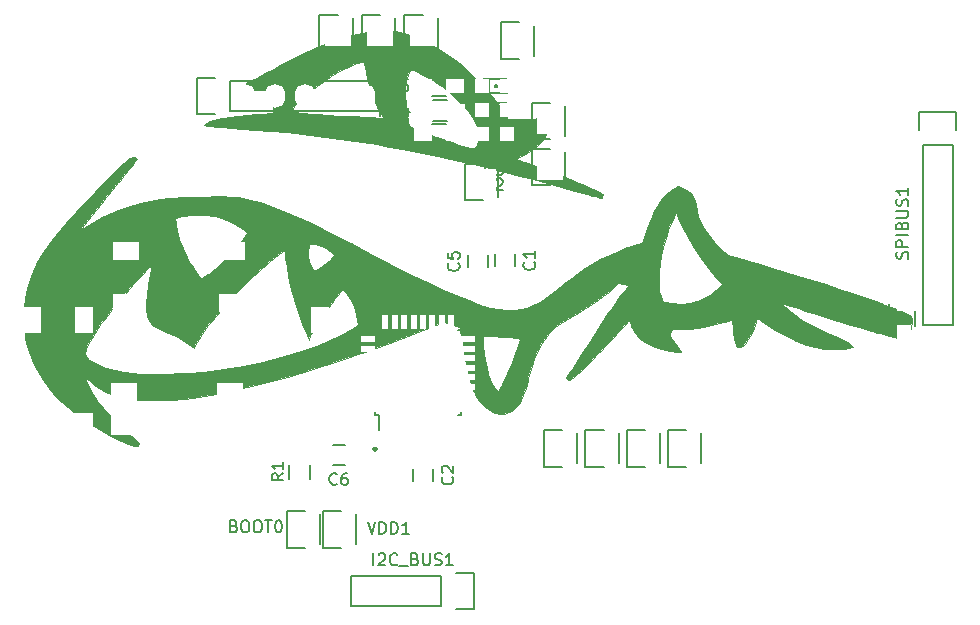
<source format=gto>
G04 #@! TF.FileFunction,Legend,Top*
%FSLAX46Y46*%
G04 Gerber Fmt 4.6, Leading zero omitted, Abs format (unit mm)*
G04 Created by KiCad (PCBNEW (2015-04-17 BZR 5609)-product) date Wednesday, 23 September 2015 11:50:23 am*
%MOMM*%
G01*
G04 APERTURE LIST*
%ADD10C,0.100000*%
%ADD11C,0.300000*%
%ADD12C,0.150000*%
%ADD13C,2.235200*%
%ADD14R,1.250000X1.500000*%
%ADD15R,1.500000X1.250000*%
%ADD16R,1.198880X1.198880*%
%ADD17R,1.727200X2.032000*%
%ADD18O,1.727200X2.032000*%
%ADD19R,2.235200X2.235200*%
%ADD20R,1.300000X1.500000*%
%ADD21R,1.500000X1.300000*%
%ADD22R,0.600000X1.200000*%
%ADD23R,1.200000X0.600000*%
%ADD24R,2.032000X1.727200*%
%ADD25O,2.032000X1.727200*%
%ADD26R,1.500000X2.200000*%
%ADD27R,2.200000X1.500000*%
G04 APERTURE END LIST*
D10*
D11*
X144145000Y-119344214D02*
X144073572Y-119415643D01*
X144145000Y-119487071D01*
X144216429Y-119415643D01*
X144145000Y-119344214D01*
X144145000Y-119487071D01*
D12*
X139496800Y-127457200D02*
X139496800Y-124917200D01*
X136676800Y-124637200D02*
X138226800Y-124637200D01*
X136676800Y-124637200D02*
X136676800Y-127737200D01*
X136676800Y-127737200D02*
X138226800Y-127737200D01*
X156031300Y-103916100D02*
X156031300Y-102916100D01*
X154331300Y-102916100D02*
X154331300Y-103916100D01*
X149109800Y-122089800D02*
X149109800Y-121089800D01*
X147409800Y-121089800D02*
X147409800Y-122089800D01*
X153707200Y-103979600D02*
X153707200Y-102979600D01*
X152007200Y-102979600D02*
X152007200Y-103979600D01*
X140597000Y-120738000D02*
X141597000Y-120738000D01*
X141597000Y-119038000D02*
X140597000Y-119038000D01*
X154802840Y-92410280D02*
X154802840Y-92085160D01*
X154802840Y-92085160D02*
X155303220Y-92085160D01*
X155303220Y-92410280D02*
X155303220Y-92085160D01*
X154802840Y-92410280D02*
X155303220Y-92410280D01*
X154802840Y-93032580D02*
X154802840Y-92882720D01*
X154802840Y-92882720D02*
X155054300Y-92882720D01*
X155054300Y-93032580D02*
X155054300Y-92882720D01*
X154802840Y-93032580D02*
X155054300Y-93032580D01*
X154802840Y-92537280D02*
X154802840Y-92387420D01*
X154802840Y-92387420D02*
X155054300Y-92387420D01*
X155054300Y-92537280D02*
X155054300Y-92387420D01*
X154802840Y-92537280D02*
X155054300Y-92537280D01*
X154802840Y-92908120D02*
X154802840Y-92511880D01*
X154802840Y-92511880D02*
X154978100Y-92511880D01*
X154978100Y-92908120D02*
X154978100Y-92511880D01*
X154802840Y-92908120D02*
X154978100Y-92908120D01*
X153306780Y-92410280D02*
X153306780Y-92085160D01*
X153306780Y-92085160D02*
X153807160Y-92085160D01*
X153807160Y-92410280D02*
X153807160Y-92085160D01*
X153306780Y-92410280D02*
X153807160Y-92410280D01*
X153306780Y-93334840D02*
X153306780Y-93009720D01*
X153306780Y-93009720D02*
X153807160Y-93009720D01*
X153807160Y-93334840D02*
X153807160Y-93009720D01*
X153306780Y-93334840D02*
X153807160Y-93334840D01*
X153555700Y-92537280D02*
X153555700Y-92387420D01*
X153555700Y-92387420D02*
X153807160Y-92387420D01*
X153807160Y-92537280D02*
X153807160Y-92387420D01*
X153555700Y-92537280D02*
X153807160Y-92537280D01*
X153555700Y-93032580D02*
X153555700Y-92882720D01*
X153555700Y-92882720D02*
X153807160Y-92882720D01*
X153807160Y-93032580D02*
X153807160Y-92882720D01*
X153555700Y-93032580D02*
X153807160Y-93032580D01*
X153631900Y-92908120D02*
X153631900Y-92511880D01*
X153631900Y-92511880D02*
X153807160Y-92511880D01*
X153807160Y-92908120D02*
X153807160Y-92511880D01*
X153631900Y-92908120D02*
X153807160Y-92908120D01*
X154305000Y-92809060D02*
X154305000Y-92610940D01*
X154305000Y-92610940D02*
X154503120Y-92610940D01*
X154503120Y-92809060D02*
X154503120Y-92610940D01*
X154305000Y-92809060D02*
X154503120Y-92809060D01*
X154802840Y-93309440D02*
X154802840Y-93009720D01*
X154802840Y-93009720D02*
X155102560Y-93009720D01*
X155102560Y-93309440D02*
X155102560Y-93009720D01*
X154802840Y-93309440D02*
X155102560Y-93309440D01*
X155229560Y-93334840D02*
X155229560Y-93108780D01*
X155229560Y-93108780D02*
X155303220Y-93108780D01*
X155303220Y-93334840D02*
X155303220Y-93108780D01*
X155229560Y-93334840D02*
X155303220Y-93334840D01*
X154828240Y-92135960D02*
X153781760Y-92135960D01*
X153807160Y-93284040D02*
X155229560Y-93284040D01*
X155225202Y-93159580D02*
G75*
G03X155225202Y-93159580I-71842J0D01*
G01*
X155303220Y-93057980D02*
G75*
G02X155303220Y-92362020I0J347980D01*
G01*
X153306780Y-92362020D02*
G75*
G02X153306780Y-93057980I0J-347980D01*
G01*
X154802840Y-90378280D02*
X154802840Y-90053160D01*
X154802840Y-90053160D02*
X155303220Y-90053160D01*
X155303220Y-90378280D02*
X155303220Y-90053160D01*
X154802840Y-90378280D02*
X155303220Y-90378280D01*
X154802840Y-91000580D02*
X154802840Y-90850720D01*
X154802840Y-90850720D02*
X155054300Y-90850720D01*
X155054300Y-91000580D02*
X155054300Y-90850720D01*
X154802840Y-91000580D02*
X155054300Y-91000580D01*
X154802840Y-90505280D02*
X154802840Y-90355420D01*
X154802840Y-90355420D02*
X155054300Y-90355420D01*
X155054300Y-90505280D02*
X155054300Y-90355420D01*
X154802840Y-90505280D02*
X155054300Y-90505280D01*
X154802840Y-90876120D02*
X154802840Y-90479880D01*
X154802840Y-90479880D02*
X154978100Y-90479880D01*
X154978100Y-90876120D02*
X154978100Y-90479880D01*
X154802840Y-90876120D02*
X154978100Y-90876120D01*
X153306780Y-90378280D02*
X153306780Y-90053160D01*
X153306780Y-90053160D02*
X153807160Y-90053160D01*
X153807160Y-90378280D02*
X153807160Y-90053160D01*
X153306780Y-90378280D02*
X153807160Y-90378280D01*
X153306780Y-91302840D02*
X153306780Y-90977720D01*
X153306780Y-90977720D02*
X153807160Y-90977720D01*
X153807160Y-91302840D02*
X153807160Y-90977720D01*
X153306780Y-91302840D02*
X153807160Y-91302840D01*
X153555700Y-90505280D02*
X153555700Y-90355420D01*
X153555700Y-90355420D02*
X153807160Y-90355420D01*
X153807160Y-90505280D02*
X153807160Y-90355420D01*
X153555700Y-90505280D02*
X153807160Y-90505280D01*
X153555700Y-91000580D02*
X153555700Y-90850720D01*
X153555700Y-90850720D02*
X153807160Y-90850720D01*
X153807160Y-91000580D02*
X153807160Y-90850720D01*
X153555700Y-91000580D02*
X153807160Y-91000580D01*
X153631900Y-90876120D02*
X153631900Y-90479880D01*
X153631900Y-90479880D02*
X153807160Y-90479880D01*
X153807160Y-90876120D02*
X153807160Y-90479880D01*
X153631900Y-90876120D02*
X153807160Y-90876120D01*
X154305000Y-90777060D02*
X154305000Y-90578940D01*
X154305000Y-90578940D02*
X154503120Y-90578940D01*
X154503120Y-90777060D02*
X154503120Y-90578940D01*
X154305000Y-90777060D02*
X154503120Y-90777060D01*
X154802840Y-91277440D02*
X154802840Y-90977720D01*
X154802840Y-90977720D02*
X155102560Y-90977720D01*
X155102560Y-91277440D02*
X155102560Y-90977720D01*
X154802840Y-91277440D02*
X155102560Y-91277440D01*
X155229560Y-91302840D02*
X155229560Y-91076780D01*
X155229560Y-91076780D02*
X155303220Y-91076780D01*
X155303220Y-91302840D02*
X155303220Y-91076780D01*
X155229560Y-91302840D02*
X155303220Y-91302840D01*
X154828240Y-90103960D02*
X153781760Y-90103960D01*
X153807160Y-91252040D02*
X155229560Y-91252040D01*
X155225202Y-91127580D02*
G75*
G03X155225202Y-91127580I-71842J0D01*
G01*
X155303220Y-91025980D02*
G75*
G02X155303220Y-90330020I0J347980D01*
G01*
X153306780Y-90330020D02*
G75*
G02X153306780Y-91025980I0J-347980D01*
G01*
X154802840Y-88346280D02*
X154802840Y-88021160D01*
X154802840Y-88021160D02*
X155303220Y-88021160D01*
X155303220Y-88346280D02*
X155303220Y-88021160D01*
X154802840Y-88346280D02*
X155303220Y-88346280D01*
X154802840Y-88968580D02*
X154802840Y-88818720D01*
X154802840Y-88818720D02*
X155054300Y-88818720D01*
X155054300Y-88968580D02*
X155054300Y-88818720D01*
X154802840Y-88968580D02*
X155054300Y-88968580D01*
X154802840Y-88473280D02*
X154802840Y-88323420D01*
X154802840Y-88323420D02*
X155054300Y-88323420D01*
X155054300Y-88473280D02*
X155054300Y-88323420D01*
X154802840Y-88473280D02*
X155054300Y-88473280D01*
X154802840Y-88844120D02*
X154802840Y-88447880D01*
X154802840Y-88447880D02*
X154978100Y-88447880D01*
X154978100Y-88844120D02*
X154978100Y-88447880D01*
X154802840Y-88844120D02*
X154978100Y-88844120D01*
X153306780Y-88346280D02*
X153306780Y-88021160D01*
X153306780Y-88021160D02*
X153807160Y-88021160D01*
X153807160Y-88346280D02*
X153807160Y-88021160D01*
X153306780Y-88346280D02*
X153807160Y-88346280D01*
X153306780Y-89270840D02*
X153306780Y-88945720D01*
X153306780Y-88945720D02*
X153807160Y-88945720D01*
X153807160Y-89270840D02*
X153807160Y-88945720D01*
X153306780Y-89270840D02*
X153807160Y-89270840D01*
X153555700Y-88473280D02*
X153555700Y-88323420D01*
X153555700Y-88323420D02*
X153807160Y-88323420D01*
X153807160Y-88473280D02*
X153807160Y-88323420D01*
X153555700Y-88473280D02*
X153807160Y-88473280D01*
X153555700Y-88968580D02*
X153555700Y-88818720D01*
X153555700Y-88818720D02*
X153807160Y-88818720D01*
X153807160Y-88968580D02*
X153807160Y-88818720D01*
X153555700Y-88968580D02*
X153807160Y-88968580D01*
X153631900Y-88844120D02*
X153631900Y-88447880D01*
X153631900Y-88447880D02*
X153807160Y-88447880D01*
X153807160Y-88844120D02*
X153807160Y-88447880D01*
X153631900Y-88844120D02*
X153807160Y-88844120D01*
X154305000Y-88745060D02*
X154305000Y-88546940D01*
X154305000Y-88546940D02*
X154503120Y-88546940D01*
X154503120Y-88745060D02*
X154503120Y-88546940D01*
X154305000Y-88745060D02*
X154503120Y-88745060D01*
X154802840Y-89245440D02*
X154802840Y-88945720D01*
X154802840Y-88945720D02*
X155102560Y-88945720D01*
X155102560Y-89245440D02*
X155102560Y-88945720D01*
X154802840Y-89245440D02*
X155102560Y-89245440D01*
X155229560Y-89270840D02*
X155229560Y-89044780D01*
X155229560Y-89044780D02*
X155303220Y-89044780D01*
X155303220Y-89270840D02*
X155303220Y-89044780D01*
X155229560Y-89270840D02*
X155303220Y-89270840D01*
X154828240Y-88071960D02*
X153781760Y-88071960D01*
X153807160Y-89220040D02*
X155229560Y-89220040D01*
X155225202Y-89095580D02*
G75*
G03X155225202Y-89095580I-71842J0D01*
G01*
X155303220Y-88993980D02*
G75*
G02X155303220Y-88298020I0J347980D01*
G01*
X153306780Y-88298020D02*
G75*
G02X153306780Y-88993980I0J-347980D01*
G01*
X131876800Y-90779600D02*
X144576800Y-90779600D01*
X144576800Y-90779600D02*
X144576800Y-88239600D01*
X144576800Y-88239600D02*
X131876800Y-88239600D01*
X129056800Y-91059600D02*
X130606800Y-91059600D01*
X131876800Y-90779600D02*
X131876800Y-88239600D01*
X130606800Y-87959600D02*
X129056800Y-87959600D01*
X129056800Y-87959600D02*
X129056800Y-91059600D01*
X161290000Y-120599200D02*
X161290000Y-118059200D01*
X158470000Y-117779200D02*
X160020000Y-117779200D01*
X158470000Y-117779200D02*
X158470000Y-120879200D01*
X158470000Y-120879200D02*
X160020000Y-120879200D01*
X164795200Y-120599200D02*
X164795200Y-118059200D01*
X161975200Y-117779200D02*
X163525200Y-117779200D01*
X161975200Y-117779200D02*
X161975200Y-120879200D01*
X161975200Y-120879200D02*
X163525200Y-120879200D01*
X168300400Y-120599200D02*
X168300400Y-118059200D01*
X165480400Y-117779200D02*
X167030400Y-117779200D01*
X165480400Y-117779200D02*
X165480400Y-120879200D01*
X165480400Y-120879200D02*
X167030400Y-120879200D01*
X171805600Y-120599200D02*
X171805600Y-118059200D01*
X168985600Y-117779200D02*
X170535600Y-117779200D01*
X168985600Y-117779200D02*
X168985600Y-120879200D01*
X168985600Y-120879200D02*
X170535600Y-120879200D01*
X160270000Y-92870000D02*
X160270000Y-90330000D01*
X157450000Y-90050000D02*
X159000000Y-90050000D01*
X157450000Y-90050000D02*
X157450000Y-93150000D01*
X157450000Y-93150000D02*
X159000000Y-93150000D01*
X157670000Y-86070000D02*
X157670000Y-83530000D01*
X154850000Y-83250000D02*
X156400000Y-83250000D01*
X154850000Y-83250000D02*
X154850000Y-86350000D01*
X154850000Y-86350000D02*
X156400000Y-86350000D01*
X149470000Y-85470000D02*
X149470000Y-82930000D01*
X146650000Y-82650000D02*
X148200000Y-82650000D01*
X146650000Y-82650000D02*
X146650000Y-85750000D01*
X146650000Y-85750000D02*
X148200000Y-85750000D01*
X145870000Y-85470000D02*
X145870000Y-82930000D01*
X143050000Y-82650000D02*
X144600000Y-82650000D01*
X143050000Y-82650000D02*
X143050000Y-85750000D01*
X143050000Y-85750000D02*
X144600000Y-85750000D01*
X142270000Y-85470000D02*
X142270000Y-82930000D01*
X139450000Y-82650000D02*
X141000000Y-82650000D01*
X139450000Y-82650000D02*
X139450000Y-85750000D01*
X139450000Y-85750000D02*
X141000000Y-85750000D01*
X160274000Y-96774000D02*
X160274000Y-94234000D01*
X157454000Y-93954000D02*
X159004000Y-93954000D01*
X157454000Y-93954000D02*
X157454000Y-97054000D01*
X157454000Y-97054000D02*
X159004000Y-97054000D01*
X188101000Y-108931000D02*
X188101000Y-107731000D01*
X189851000Y-107731000D02*
X189851000Y-108931000D01*
X150206000Y-93585000D02*
X149006000Y-93585000D01*
X149006000Y-91835000D02*
X150206000Y-91835000D01*
X150244100Y-91629200D02*
X149044100Y-91629200D01*
X149044100Y-89879200D02*
X150244100Y-89879200D01*
X150206000Y-89521000D02*
X149006000Y-89521000D01*
X149006000Y-87771000D02*
X150206000Y-87771000D01*
X144203000Y-116528000D02*
X144503000Y-116528000D01*
X144203000Y-109278000D02*
X144503000Y-109278000D01*
X151453000Y-109278000D02*
X151153000Y-109278000D01*
X151453000Y-116528000D02*
X151153000Y-116528000D01*
X144203000Y-116528000D02*
X144203000Y-116228000D01*
X151453000Y-116528000D02*
X151453000Y-116228000D01*
X151453000Y-109278000D02*
X151453000Y-109578000D01*
X144203000Y-109278000D02*
X144203000Y-109578000D01*
X144503000Y-116528000D02*
X144503000Y-117753000D01*
X149730000Y-130130000D02*
X142110000Y-130130000D01*
X149730000Y-132670000D02*
X142110000Y-132670000D01*
X152550000Y-132950000D02*
X151000000Y-132950000D01*
X142110000Y-130130000D02*
X142110000Y-132670000D01*
X149730000Y-132670000D02*
X149730000Y-130130000D01*
X151000000Y-129850000D02*
X152550000Y-129850000D01*
X152550000Y-129850000D02*
X152550000Y-132950000D01*
X136894600Y-121910400D02*
X136894600Y-120710400D01*
X138644600Y-120710400D02*
X138644600Y-121910400D01*
X142544800Y-127457200D02*
X142544800Y-124917200D01*
X139724800Y-124637200D02*
X141274800Y-124637200D01*
X139724800Y-124637200D02*
X139724800Y-127737200D01*
X139724800Y-127737200D02*
X141274800Y-127737200D01*
X193070000Y-93670000D02*
X193070000Y-108910000D01*
X193070000Y-108910000D02*
X190530000Y-108910000D01*
X190530000Y-108910000D02*
X190530000Y-93670000D01*
X193350000Y-90850000D02*
X193350000Y-92400000D01*
X193070000Y-93670000D02*
X190530000Y-93670000D01*
X190250000Y-92400000D02*
X190250000Y-90850000D01*
X190250000Y-90850000D02*
X193350000Y-90850000D01*
X154584400Y-98044000D02*
X154584400Y-95504000D01*
X151764400Y-95224000D02*
X153314400Y-95224000D01*
X151764400Y-95224000D02*
X151764400Y-98324000D01*
X151764400Y-98324000D02*
X153314400Y-98324000D01*
D10*
G36*
X189619466Y-108643306D02*
X189576902Y-109088171D01*
X189464758Y-109417979D01*
X189260678Y-109673872D01*
X188975957Y-109883053D01*
X188675574Y-110002654D01*
X188558451Y-110015867D01*
X188416621Y-109991501D01*
X188130923Y-109921926D01*
X187719121Y-109812429D01*
X187198975Y-109668296D01*
X186588249Y-109494812D01*
X185904704Y-109297263D01*
X185166103Y-109080934D01*
X184390208Y-108851113D01*
X183594782Y-108613084D01*
X182797586Y-108372134D01*
X182016382Y-108133549D01*
X181268933Y-107902613D01*
X180573002Y-107684614D01*
X179946349Y-107484836D01*
X179406738Y-107308567D01*
X179010377Y-107174457D01*
X178772906Y-107100194D01*
X178610311Y-107064402D01*
X178570275Y-107066836D01*
X178613824Y-107133821D01*
X178769896Y-107279007D01*
X179013284Y-107482087D01*
X179318779Y-107722753D01*
X179661174Y-107980699D01*
X180015260Y-108235617D01*
X180059648Y-108266648D01*
X180575740Y-108592909D01*
X181211694Y-108941913D01*
X181923999Y-109291870D01*
X182669145Y-109620994D01*
X183142466Y-109810365D01*
X183726323Y-110061191D01*
X184150259Y-110306769D01*
X184323023Y-110445518D01*
X184656914Y-110756805D01*
X184213023Y-110852003D01*
X183925363Y-110894663D01*
X183535437Y-110927438D01*
X183110242Y-110945328D01*
X182937488Y-110947200D01*
X182191939Y-110903866D01*
X181429571Y-110769746D01*
X180634976Y-110538666D01*
X179792742Y-110204450D01*
X178887459Y-109760922D01*
X177903716Y-109201907D01*
X176826104Y-108521230D01*
X176737294Y-108462604D01*
X176512788Y-108313971D01*
X176324719Y-108889752D01*
X176068902Y-109563886D01*
X175789988Y-110096915D01*
X175493433Y-110481599D01*
X175184696Y-110710694D01*
X174902038Y-110777867D01*
X174785705Y-110737415D01*
X174691562Y-110604059D01*
X174614365Y-110359797D01*
X174548870Y-109986627D01*
X174489834Y-109466548D01*
X174475720Y-109314250D01*
X174441095Y-108959152D01*
X174407944Y-108673331D01*
X174380956Y-108494681D01*
X174369293Y-108454277D01*
X174280525Y-108464460D01*
X174061469Y-108514935D01*
X173744140Y-108597705D01*
X173532904Y-108656664D01*
X173532904Y-105419205D01*
X173163134Y-105023892D01*
X172691177Y-104478501D01*
X172188980Y-103826508D01*
X171678668Y-103102650D01*
X171182364Y-102341660D01*
X170722192Y-101578274D01*
X170320274Y-100847227D01*
X169998736Y-100183253D01*
X169850155Y-99822380D01*
X169658659Y-99312990D01*
X169443768Y-99737056D01*
X169221149Y-100234418D01*
X168991033Y-100850848D01*
X168769107Y-101537675D01*
X168571058Y-102246229D01*
X168412569Y-102927838D01*
X168407671Y-102951896D01*
X168291535Y-103638022D01*
X168219421Y-104312885D01*
X168189921Y-104954989D01*
X168201632Y-105542840D01*
X168253147Y-106054942D01*
X168343062Y-106469800D01*
X168469970Y-106765919D01*
X168632467Y-106921805D01*
X168668029Y-106933993D01*
X169370103Y-107056812D01*
X170098628Y-107089582D01*
X170798904Y-107033717D01*
X171416231Y-106890631D01*
X171500800Y-106860802D01*
X172047924Y-106617824D01*
X172540778Y-106305464D01*
X173041094Y-105884043D01*
X173085804Y-105842054D01*
X173532904Y-105419205D01*
X173532904Y-108656664D01*
X173360552Y-108704771D01*
X173321133Y-108716117D01*
X172383118Y-108958488D01*
X171518004Y-109125319D01*
X170748773Y-109213177D01*
X170098407Y-109218631D01*
X170004264Y-109211387D01*
X169687248Y-109185947D01*
X169493447Y-109188011D01*
X169377674Y-109227352D01*
X169294741Y-109313740D01*
X169254098Y-109373616D01*
X169163040Y-109581909D01*
X169174472Y-109802235D01*
X169297586Y-110065277D01*
X169541575Y-110401721D01*
X169574200Y-110442088D01*
X169846708Y-110776284D01*
X170018623Y-110997385D01*
X170092884Y-111126292D01*
X170072429Y-111183906D01*
X169960199Y-111191129D01*
X169759131Y-111168861D01*
X169674972Y-111158741D01*
X168684190Y-110996542D01*
X167840861Y-110756708D01*
X167140680Y-110436718D01*
X166579339Y-110034056D01*
X166152532Y-109546203D01*
X165855953Y-108970641D01*
X165835093Y-108913291D01*
X165686403Y-108491072D01*
X165185768Y-109021718D01*
X164972284Y-109249841D01*
X164671329Y-109573969D01*
X164309687Y-109965125D01*
X163914140Y-110394335D01*
X163511472Y-110832622D01*
X163457466Y-110891518D01*
X163002582Y-111378291D01*
X162542596Y-111853466D01*
X162094375Y-112301152D01*
X161674787Y-112705462D01*
X161300700Y-113050507D01*
X160988980Y-113320398D01*
X160756496Y-113499247D01*
X160620116Y-113571165D01*
X160611959Y-113571867D01*
X160480800Y-113512993D01*
X160411141Y-113446885D01*
X160369538Y-113349694D01*
X160407169Y-113216435D01*
X160538208Y-113008063D01*
X160603226Y-112917718D01*
X160900811Y-112496446D01*
X161275793Y-111939893D01*
X161730033Y-111245210D01*
X162265397Y-110409550D01*
X162861481Y-109465534D01*
X163372697Y-108658664D01*
X163814351Y-107978715D01*
X164200499Y-107405362D01*
X164545196Y-106918277D01*
X164862499Y-106497135D01*
X165166465Y-106121610D01*
X165207699Y-106072765D01*
X165659156Y-105540613D01*
X165186960Y-105442585D01*
X164714763Y-105344558D01*
X164191948Y-105844181D01*
X163957822Y-106061067D01*
X163719827Y-106264182D01*
X163456324Y-106468563D01*
X163145675Y-106689248D01*
X162766241Y-106941273D01*
X162296385Y-107239677D01*
X161714466Y-107599497D01*
X161314639Y-107843746D01*
X160551158Y-108319416D01*
X159913969Y-108739036D01*
X159410005Y-109097731D01*
X159046200Y-109390626D01*
X158872257Y-109561051D01*
X158700295Y-109789944D01*
X158483235Y-110128115D01*
X158246399Y-110530845D01*
X158015108Y-110953414D01*
X157814682Y-111351102D01*
X157670442Y-111679191D01*
X157665198Y-111692864D01*
X157565724Y-111981266D01*
X157439271Y-112387291D01*
X157299747Y-112864240D01*
X157161064Y-113365415D01*
X157112916Y-113547002D01*
X156918639Y-114250440D01*
X156736816Y-114809452D01*
X156554050Y-115246959D01*
X156401860Y-115508649D01*
X156401860Y-110117828D01*
X156395764Y-110037942D01*
X156276459Y-109996639D01*
X156021877Y-109955356D01*
X155666050Y-109917069D01*
X155243007Y-109884752D01*
X154786781Y-109861378D01*
X154331402Y-109849922D01*
X154237288Y-109849304D01*
X153272110Y-109846534D01*
X153326561Y-110613653D01*
X153389778Y-111230232D01*
X153489463Y-111872723D01*
X153615864Y-112494034D01*
X153759230Y-113047073D01*
X153909810Y-113484750D01*
X153931681Y-113535879D01*
X154114825Y-113911914D01*
X154296253Y-114217826D01*
X154456531Y-114424577D01*
X154576226Y-114503128D01*
X154579011Y-114503200D01*
X154647587Y-114431170D01*
X154766476Y-114236497D01*
X154917284Y-113951308D01*
X155039772Y-113698409D01*
X155271560Y-113186330D01*
X155503124Y-112645828D01*
X155725788Y-112100330D01*
X155930873Y-111573262D01*
X156109701Y-111088052D01*
X156253594Y-110668125D01*
X156353873Y-110336908D01*
X156401860Y-110117828D01*
X156401860Y-115508649D01*
X156356944Y-115585883D01*
X156132099Y-115849145D01*
X155866118Y-116059668D01*
X155545604Y-116240373D01*
X155535882Y-116245144D01*
X155124773Y-116396674D01*
X154736660Y-116420494D01*
X154322847Y-116314564D01*
X154030530Y-116182074D01*
X153519088Y-115868428D01*
X153100302Y-115484768D01*
X152753381Y-115004206D01*
X152457533Y-114399854D01*
X152279127Y-113917046D01*
X152173491Y-113551769D01*
X152053959Y-113055695D01*
X151927664Y-112466048D01*
X151801735Y-111820055D01*
X151683305Y-111154939D01*
X151579505Y-110507927D01*
X151497466Y-109916243D01*
X151472932Y-109708733D01*
X151434159Y-109421397D01*
X151391909Y-109201030D01*
X151361536Y-109108679D01*
X151259330Y-109049915D01*
X151035915Y-108966334D01*
X150734501Y-108873617D01*
X150648719Y-108849957D01*
X149989638Y-108672489D01*
X148269910Y-109338667D01*
X145883001Y-110242755D01*
X143561272Y-111081075D01*
X142728690Y-111366255D01*
X142728690Y-108872867D01*
X142685511Y-108491867D01*
X142574431Y-107937050D01*
X142374996Y-107336199D01*
X142115774Y-106765763D01*
X141912466Y-106423157D01*
X141731737Y-106170535D01*
X141577159Y-105980286D01*
X141480297Y-105891034D01*
X141476348Y-105889521D01*
X141392859Y-105943542D01*
X141228017Y-106114209D01*
X140998652Y-106380203D01*
X140721590Y-106720205D01*
X140701091Y-106746346D01*
X140701091Y-102973821D01*
X140426458Y-102690472D01*
X140058240Y-102403929D01*
X139584822Y-102172658D01*
X139068410Y-102026474D01*
X139025734Y-102019125D01*
X138800127Y-101994096D01*
X138677190Y-102031421D01*
X138594917Y-102154017D01*
X138581234Y-102183406D01*
X138488165Y-102559935D01*
X138497164Y-103016302D01*
X138604176Y-103500393D01*
X138704029Y-103761113D01*
X138830248Y-104016966D01*
X138940584Y-104196492D01*
X139006756Y-104258534D01*
X139113221Y-104218102D01*
X139322906Y-104111082D01*
X139594359Y-103958888D01*
X139651361Y-103925533D01*
X139966173Y-103717616D01*
X140254335Y-103488977D01*
X140454851Y-103288143D01*
X140458779Y-103283177D01*
X140701091Y-102973821D01*
X140701091Y-106746346D01*
X140413659Y-107112896D01*
X140091686Y-107536956D01*
X139772501Y-107971065D01*
X139472929Y-108393905D01*
X139303897Y-108641845D01*
X139081013Y-108995706D01*
X138884790Y-109345067D01*
X138743418Y-109637945D01*
X138698771Y-109757725D01*
X138582880Y-110142867D01*
X138199958Y-109338534D01*
X137961178Y-108775498D01*
X137713174Y-108081155D01*
X137465681Y-107292464D01*
X137228430Y-106446387D01*
X137011156Y-105579884D01*
X136823591Y-104729917D01*
X136675469Y-103933445D01*
X136576523Y-103227431D01*
X136567177Y-103138191D01*
X136510388Y-102568182D01*
X136049624Y-102895051D01*
X135311682Y-103454297D01*
X134530216Y-104111088D01*
X133725096Y-104844102D01*
X133316133Y-105242451D01*
X133316133Y-101124667D01*
X133242516Y-100996500D01*
X133040824Y-100821010D01*
X132739795Y-100614780D01*
X132368164Y-100394390D01*
X131954670Y-100176422D01*
X131528050Y-99977458D01*
X131117040Y-99814079D01*
X130945466Y-99756782D01*
X130647731Y-99672408D01*
X130369460Y-99616368D01*
X130063823Y-99583712D01*
X129683990Y-99569490D01*
X129183128Y-99568754D01*
X129167466Y-99568875D01*
X128524683Y-99586368D01*
X128025716Y-99626982D01*
X127681806Y-99689741D01*
X127643466Y-99701270D01*
X127262466Y-99824650D01*
X127287290Y-100242425D01*
X127381124Y-100891786D01*
X127582287Y-101619754D01*
X127876676Y-102386917D01*
X128250192Y-103153862D01*
X128461064Y-103523025D01*
X128661585Y-103843531D01*
X128879215Y-104171269D01*
X129091751Y-104475221D01*
X129276985Y-104724368D01*
X129412714Y-104887690D01*
X129472465Y-104935867D01*
X129557955Y-104890164D01*
X129745150Y-104768614D01*
X129998510Y-104594556D01*
X130083628Y-104534510D01*
X130605987Y-104127226D01*
X131177434Y-103619655D01*
X131755094Y-103053695D01*
X132296095Y-102471247D01*
X132735305Y-101943053D01*
X132968198Y-101636824D01*
X133156576Y-101378007D01*
X133279275Y-101196418D01*
X133316133Y-101124667D01*
X133316133Y-105242451D01*
X132916188Y-105632018D01*
X132123363Y-106453513D01*
X131366487Y-107287265D01*
X130665430Y-108111953D01*
X130040060Y-108906255D01*
X129510245Y-109648849D01*
X129095854Y-110318412D01*
X129043568Y-110413662D01*
X128806646Y-110853791D01*
X128336153Y-110470529D01*
X127852167Y-110117457D01*
X127316532Y-109813816D01*
X126678289Y-109531819D01*
X126461132Y-109448015D01*
X125954858Y-109242071D01*
X125582177Y-109048617D01*
X125310806Y-108846083D01*
X125108467Y-108612897D01*
X125031664Y-108492777D01*
X124934120Y-108315251D01*
X124870362Y-108151677D01*
X124833840Y-107960466D01*
X124818004Y-107700031D01*
X124816302Y-107328783D01*
X124818143Y-107137200D01*
X124859569Y-106329686D01*
X124971127Y-105488900D01*
X125055507Y-105034126D01*
X125136612Y-104614319D01*
X125200749Y-104252847D01*
X125242484Y-103982710D01*
X125256384Y-103836910D01*
X125254822Y-103823600D01*
X125193556Y-103858822D01*
X125037506Y-104005673D01*
X124802046Y-104247174D01*
X124502547Y-104566346D01*
X124154381Y-104946212D01*
X123772922Y-105369794D01*
X123373540Y-105820113D01*
X122971609Y-106280191D01*
X122582500Y-106733051D01*
X122221587Y-107161714D01*
X122106438Y-107300866D01*
X121522949Y-108031042D01*
X120999773Y-108728507D01*
X120545927Y-109378912D01*
X120170430Y-109967911D01*
X119882299Y-110481158D01*
X119690552Y-110904307D01*
X119604206Y-111223010D01*
X119600133Y-111288145D01*
X119682408Y-111550179D01*
X119919685Y-111808336D01*
X120297636Y-112057214D01*
X120801937Y-112291414D01*
X121418262Y-112505533D01*
X122132284Y-112694171D01*
X122929679Y-112851928D01*
X123796121Y-112973401D01*
X124172133Y-113011842D01*
X124488018Y-113028365D01*
X124940998Y-113035314D01*
X125499160Y-113033600D01*
X126130591Y-113024133D01*
X126803376Y-113007823D01*
X127485603Y-112985579D01*
X128145359Y-112958311D01*
X128750729Y-112926930D01*
X129269801Y-112892346D01*
X129670661Y-112855469D01*
X129675466Y-112854919D01*
X131410907Y-112625247D01*
X133094492Y-112342132D01*
X134711656Y-112009796D01*
X136247831Y-111632463D01*
X137688451Y-111214355D01*
X139018949Y-110759694D01*
X140224760Y-110272704D01*
X141291316Y-109757607D01*
X142192245Y-109226419D01*
X142728690Y-108872867D01*
X142728690Y-111366255D01*
X141315171Y-111850421D01*
X139155142Y-112547590D01*
X137091631Y-113169375D01*
X135135084Y-113712572D01*
X133295947Y-114173975D01*
X131584665Y-114550379D01*
X130776133Y-114706456D01*
X129716001Y-114889995D01*
X128767745Y-115029511D01*
X127881382Y-115130726D01*
X127006925Y-115199361D01*
X126109212Y-115240662D01*
X125111746Y-115253647D01*
X124242416Y-115220986D01*
X123465382Y-115139285D01*
X122744802Y-115005150D01*
X122241669Y-114874447D01*
X121585756Y-114657137D01*
X121050842Y-114412387D01*
X120588597Y-114114139D01*
X120176200Y-113760808D01*
X119913478Y-113526636D01*
X119749989Y-113423013D01*
X119683838Y-113452710D01*
X119713129Y-113618496D01*
X119835967Y-113923141D01*
X119928894Y-114122200D01*
X120268080Y-114723353D01*
X120733865Y-115389341D01*
X121307441Y-116098226D01*
X121969995Y-116828069D01*
X122702717Y-117556932D01*
X123458220Y-118238390D01*
X123744847Y-118488971D01*
X123976567Y-118700161D01*
X124127259Y-118847580D01*
X124172133Y-118904711D01*
X124126411Y-119008250D01*
X124066300Y-119096136D01*
X124002388Y-119155924D01*
X123910017Y-119171938D01*
X123755150Y-119137835D01*
X123503745Y-119047274D01*
X123240800Y-118942313D01*
X121879355Y-118329977D01*
X120589443Y-117629809D01*
X119391328Y-116855782D01*
X118305276Y-116021871D01*
X117351551Y-115142048D01*
X116728063Y-114451725D01*
X116050086Y-113566120D01*
X115508953Y-112706610D01*
X115084551Y-111835741D01*
X114756769Y-110916059D01*
X114675342Y-110629036D01*
X114570817Y-110110817D01*
X114496412Y-109475743D01*
X114453573Y-108773848D01*
X114443742Y-108055165D01*
X114468367Y-107369728D01*
X114528890Y-106767569D01*
X114558614Y-106586867D01*
X114804450Y-105526843D01*
X115140403Y-104537816D01*
X115581478Y-103589434D01*
X116142682Y-102651348D01*
X116839021Y-101693204D01*
X117195907Y-101252867D01*
X118024775Y-100273498D01*
X118847490Y-99329088D01*
X119651382Y-98432965D01*
X120423785Y-97598455D01*
X121152031Y-96838885D01*
X121823454Y-96167580D01*
X122425384Y-95597869D01*
X122945155Y-95143076D01*
X123186732Y-94950328D01*
X123464540Y-94750528D01*
X123649673Y-94652305D01*
X123772970Y-94641405D01*
X123814703Y-94660044D01*
X123942189Y-94770622D01*
X123975119Y-94824249D01*
X123929524Y-94907083D01*
X123788530Y-95102863D01*
X123565368Y-95394639D01*
X123273268Y-95765460D01*
X122925461Y-96198375D01*
X122535177Y-96676434D01*
X122426863Y-96807867D01*
X121923897Y-97419931D01*
X121432107Y-98023899D01*
X120963007Y-98605176D01*
X120528111Y-99149169D01*
X120138933Y-99641282D01*
X119806985Y-100066922D01*
X119543781Y-100411495D01*
X119360836Y-100660407D01*
X119269663Y-100799063D01*
X119261466Y-100820181D01*
X119326918Y-100797718D01*
X119503308Y-100698778D01*
X119760686Y-100540819D01*
X119959966Y-100412982D01*
X121067883Y-99756179D01*
X122201782Y-99218618D01*
X123393013Y-98789048D01*
X124672922Y-98456218D01*
X126072857Y-98208878D01*
X126119466Y-98202321D01*
X126553177Y-98154160D01*
X127107586Y-98111604D01*
X127753262Y-98075242D01*
X128460769Y-98045665D01*
X129200674Y-98023460D01*
X129943543Y-98009220D01*
X130659942Y-98003532D01*
X131320437Y-98006986D01*
X131895595Y-98020172D01*
X132355981Y-98043680D01*
X132632644Y-98071859D01*
X133276937Y-98187650D01*
X133967117Y-98355134D01*
X134712993Y-98578476D01*
X135524375Y-98861839D01*
X136411075Y-99209385D01*
X137382901Y-99625279D01*
X138449665Y-100113684D01*
X139621176Y-100678763D01*
X140907246Y-101324679D01*
X142317684Y-102055596D01*
X143518466Y-102691665D01*
X145282137Y-103620734D01*
X146910057Y-104451502D01*
X148403868Y-105184652D01*
X149765207Y-105820870D01*
X150995713Y-106360839D01*
X152097027Y-106805245D01*
X153070785Y-107154771D01*
X153918629Y-107410101D01*
X154642197Y-107571920D01*
X155243127Y-107640912D01*
X155379428Y-107643730D01*
X155976607Y-107620695D01*
X156523866Y-107547006D01*
X157046003Y-107411632D01*
X157567820Y-107203544D01*
X158114117Y-106911711D01*
X158709694Y-106525104D01*
X159379351Y-106032694D01*
X159872777Y-105645325D01*
X160341442Y-105274432D01*
X160810753Y-104910192D01*
X161248833Y-104576826D01*
X161623803Y-104298558D01*
X161903785Y-104099608D01*
X161933466Y-104079544D01*
X162539104Y-103706919D01*
X163256120Y-103319079D01*
X164031527Y-102941524D01*
X164812337Y-102599755D01*
X165545565Y-102319271D01*
X165701133Y-102266365D01*
X166091872Y-102132234D01*
X166423210Y-102009375D01*
X166662174Y-101910664D01*
X166775787Y-101848976D01*
X166778846Y-101845534D01*
X166829420Y-101737893D01*
X166924138Y-101503260D01*
X167050316Y-101174156D01*
X167195272Y-100783103D01*
X167224598Y-100702534D01*
X167530053Y-99898332D01*
X167814470Y-99238609D01*
X168091725Y-98702148D01*
X168375697Y-98267731D01*
X168680265Y-97914144D01*
X169019305Y-97620170D01*
X169406697Y-97364591D01*
X169408871Y-97363320D01*
X169814610Y-97126257D01*
X170200939Y-97273797D01*
X170668616Y-97506707D01*
X170992201Y-97802487D01*
X171191839Y-98182774D01*
X171249145Y-98399647D01*
X171323079Y-98764025D01*
X171400874Y-99143689D01*
X171434339Y-99305534D01*
X171628624Y-99916312D01*
X171961174Y-100576246D01*
X172417101Y-101262245D01*
X172981522Y-101951222D01*
X173462797Y-102451850D01*
X173696263Y-102674973D01*
X173884501Y-102832420D01*
X174070649Y-102946447D01*
X174297846Y-103039308D01*
X174609230Y-103133262D01*
X174972133Y-103230555D01*
X175802659Y-103456799D01*
X176742222Y-103724938D01*
X177769249Y-104028003D01*
X178862168Y-104359024D01*
X179999406Y-104711034D01*
X181159390Y-105077063D01*
X182320549Y-105450141D01*
X183461309Y-105823301D01*
X184560097Y-106189573D01*
X185595342Y-106541988D01*
X186545471Y-106873577D01*
X187388911Y-107177371D01*
X188104089Y-107446401D01*
X188467614Y-107590245D01*
X188914423Y-107774262D01*
X189227584Y-107917509D01*
X189430839Y-108041690D01*
X189547928Y-108168510D01*
X189602590Y-108319672D01*
X189618566Y-108516881D01*
X189619466Y-108643306D01*
X189619466Y-108643306D01*
X189619466Y-108643306D01*
G37*
X189619466Y-108643306D02*
X189576902Y-109088171D01*
X189464758Y-109417979D01*
X189260678Y-109673872D01*
X188975957Y-109883053D01*
X188675574Y-110002654D01*
X188558451Y-110015867D01*
X188416621Y-109991501D01*
X188130923Y-109921926D01*
X187719121Y-109812429D01*
X187198975Y-109668296D01*
X186588249Y-109494812D01*
X185904704Y-109297263D01*
X185166103Y-109080934D01*
X184390208Y-108851113D01*
X183594782Y-108613084D01*
X182797586Y-108372134D01*
X182016382Y-108133549D01*
X181268933Y-107902613D01*
X180573002Y-107684614D01*
X179946349Y-107484836D01*
X179406738Y-107308567D01*
X179010377Y-107174457D01*
X178772906Y-107100194D01*
X178610311Y-107064402D01*
X178570275Y-107066836D01*
X178613824Y-107133821D01*
X178769896Y-107279007D01*
X179013284Y-107482087D01*
X179318779Y-107722753D01*
X179661174Y-107980699D01*
X180015260Y-108235617D01*
X180059648Y-108266648D01*
X180575740Y-108592909D01*
X181211694Y-108941913D01*
X181923999Y-109291870D01*
X182669145Y-109620994D01*
X183142466Y-109810365D01*
X183726323Y-110061191D01*
X184150259Y-110306769D01*
X184323023Y-110445518D01*
X184656914Y-110756805D01*
X184213023Y-110852003D01*
X183925363Y-110894663D01*
X183535437Y-110927438D01*
X183110242Y-110945328D01*
X182937488Y-110947200D01*
X182191939Y-110903866D01*
X181429571Y-110769746D01*
X180634976Y-110538666D01*
X179792742Y-110204450D01*
X178887459Y-109760922D01*
X177903716Y-109201907D01*
X176826104Y-108521230D01*
X176737294Y-108462604D01*
X176512788Y-108313971D01*
X176324719Y-108889752D01*
X176068902Y-109563886D01*
X175789988Y-110096915D01*
X175493433Y-110481599D01*
X175184696Y-110710694D01*
X174902038Y-110777867D01*
X174785705Y-110737415D01*
X174691562Y-110604059D01*
X174614365Y-110359797D01*
X174548870Y-109986627D01*
X174489834Y-109466548D01*
X174475720Y-109314250D01*
X174441095Y-108959152D01*
X174407944Y-108673331D01*
X174380956Y-108494681D01*
X174369293Y-108454277D01*
X174280525Y-108464460D01*
X174061469Y-108514935D01*
X173744140Y-108597705D01*
X173532904Y-108656664D01*
X173532904Y-105419205D01*
X173163134Y-105023892D01*
X172691177Y-104478501D01*
X172188980Y-103826508D01*
X171678668Y-103102650D01*
X171182364Y-102341660D01*
X170722192Y-101578274D01*
X170320274Y-100847227D01*
X169998736Y-100183253D01*
X169850155Y-99822380D01*
X169658659Y-99312990D01*
X169443768Y-99737056D01*
X169221149Y-100234418D01*
X168991033Y-100850848D01*
X168769107Y-101537675D01*
X168571058Y-102246229D01*
X168412569Y-102927838D01*
X168407671Y-102951896D01*
X168291535Y-103638022D01*
X168219421Y-104312885D01*
X168189921Y-104954989D01*
X168201632Y-105542840D01*
X168253147Y-106054942D01*
X168343062Y-106469800D01*
X168469970Y-106765919D01*
X168632467Y-106921805D01*
X168668029Y-106933993D01*
X169370103Y-107056812D01*
X170098628Y-107089582D01*
X170798904Y-107033717D01*
X171416231Y-106890631D01*
X171500800Y-106860802D01*
X172047924Y-106617824D01*
X172540778Y-106305464D01*
X173041094Y-105884043D01*
X173085804Y-105842054D01*
X173532904Y-105419205D01*
X173532904Y-108656664D01*
X173360552Y-108704771D01*
X173321133Y-108716117D01*
X172383118Y-108958488D01*
X171518004Y-109125319D01*
X170748773Y-109213177D01*
X170098407Y-109218631D01*
X170004264Y-109211387D01*
X169687248Y-109185947D01*
X169493447Y-109188011D01*
X169377674Y-109227352D01*
X169294741Y-109313740D01*
X169254098Y-109373616D01*
X169163040Y-109581909D01*
X169174472Y-109802235D01*
X169297586Y-110065277D01*
X169541575Y-110401721D01*
X169574200Y-110442088D01*
X169846708Y-110776284D01*
X170018623Y-110997385D01*
X170092884Y-111126292D01*
X170072429Y-111183906D01*
X169960199Y-111191129D01*
X169759131Y-111168861D01*
X169674972Y-111158741D01*
X168684190Y-110996542D01*
X167840861Y-110756708D01*
X167140680Y-110436718D01*
X166579339Y-110034056D01*
X166152532Y-109546203D01*
X165855953Y-108970641D01*
X165835093Y-108913291D01*
X165686403Y-108491072D01*
X165185768Y-109021718D01*
X164972284Y-109249841D01*
X164671329Y-109573969D01*
X164309687Y-109965125D01*
X163914140Y-110394335D01*
X163511472Y-110832622D01*
X163457466Y-110891518D01*
X163002582Y-111378291D01*
X162542596Y-111853466D01*
X162094375Y-112301152D01*
X161674787Y-112705462D01*
X161300700Y-113050507D01*
X160988980Y-113320398D01*
X160756496Y-113499247D01*
X160620116Y-113571165D01*
X160611959Y-113571867D01*
X160480800Y-113512993D01*
X160411141Y-113446885D01*
X160369538Y-113349694D01*
X160407169Y-113216435D01*
X160538208Y-113008063D01*
X160603226Y-112917718D01*
X160900811Y-112496446D01*
X161275793Y-111939893D01*
X161730033Y-111245210D01*
X162265397Y-110409550D01*
X162861481Y-109465534D01*
X163372697Y-108658664D01*
X163814351Y-107978715D01*
X164200499Y-107405362D01*
X164545196Y-106918277D01*
X164862499Y-106497135D01*
X165166465Y-106121610D01*
X165207699Y-106072765D01*
X165659156Y-105540613D01*
X165186960Y-105442585D01*
X164714763Y-105344558D01*
X164191948Y-105844181D01*
X163957822Y-106061067D01*
X163719827Y-106264182D01*
X163456324Y-106468563D01*
X163145675Y-106689248D01*
X162766241Y-106941273D01*
X162296385Y-107239677D01*
X161714466Y-107599497D01*
X161314639Y-107843746D01*
X160551158Y-108319416D01*
X159913969Y-108739036D01*
X159410005Y-109097731D01*
X159046200Y-109390626D01*
X158872257Y-109561051D01*
X158700295Y-109789944D01*
X158483235Y-110128115D01*
X158246399Y-110530845D01*
X158015108Y-110953414D01*
X157814682Y-111351102D01*
X157670442Y-111679191D01*
X157665198Y-111692864D01*
X157565724Y-111981266D01*
X157439271Y-112387291D01*
X157299747Y-112864240D01*
X157161064Y-113365415D01*
X157112916Y-113547002D01*
X156918639Y-114250440D01*
X156736816Y-114809452D01*
X156554050Y-115246959D01*
X156401860Y-115508649D01*
X156401860Y-110117828D01*
X156395764Y-110037942D01*
X156276459Y-109996639D01*
X156021877Y-109955356D01*
X155666050Y-109917069D01*
X155243007Y-109884752D01*
X154786781Y-109861378D01*
X154331402Y-109849922D01*
X154237288Y-109849304D01*
X153272110Y-109846534D01*
X153326561Y-110613653D01*
X153389778Y-111230232D01*
X153489463Y-111872723D01*
X153615864Y-112494034D01*
X153759230Y-113047073D01*
X153909810Y-113484750D01*
X153931681Y-113535879D01*
X154114825Y-113911914D01*
X154296253Y-114217826D01*
X154456531Y-114424577D01*
X154576226Y-114503128D01*
X154579011Y-114503200D01*
X154647587Y-114431170D01*
X154766476Y-114236497D01*
X154917284Y-113951308D01*
X155039772Y-113698409D01*
X155271560Y-113186330D01*
X155503124Y-112645828D01*
X155725788Y-112100330D01*
X155930873Y-111573262D01*
X156109701Y-111088052D01*
X156253594Y-110668125D01*
X156353873Y-110336908D01*
X156401860Y-110117828D01*
X156401860Y-115508649D01*
X156356944Y-115585883D01*
X156132099Y-115849145D01*
X155866118Y-116059668D01*
X155545604Y-116240373D01*
X155535882Y-116245144D01*
X155124773Y-116396674D01*
X154736660Y-116420494D01*
X154322847Y-116314564D01*
X154030530Y-116182074D01*
X153519088Y-115868428D01*
X153100302Y-115484768D01*
X152753381Y-115004206D01*
X152457533Y-114399854D01*
X152279127Y-113917046D01*
X152173491Y-113551769D01*
X152053959Y-113055695D01*
X151927664Y-112466048D01*
X151801735Y-111820055D01*
X151683305Y-111154939D01*
X151579505Y-110507927D01*
X151497466Y-109916243D01*
X151472932Y-109708733D01*
X151434159Y-109421397D01*
X151391909Y-109201030D01*
X151361536Y-109108679D01*
X151259330Y-109049915D01*
X151035915Y-108966334D01*
X150734501Y-108873617D01*
X150648719Y-108849957D01*
X149989638Y-108672489D01*
X148269910Y-109338667D01*
X145883001Y-110242755D01*
X143561272Y-111081075D01*
X142728690Y-111366255D01*
X142728690Y-108872867D01*
X142685511Y-108491867D01*
X142574431Y-107937050D01*
X142374996Y-107336199D01*
X142115774Y-106765763D01*
X141912466Y-106423157D01*
X141731737Y-106170535D01*
X141577159Y-105980286D01*
X141480297Y-105891034D01*
X141476348Y-105889521D01*
X141392859Y-105943542D01*
X141228017Y-106114209D01*
X140998652Y-106380203D01*
X140721590Y-106720205D01*
X140701091Y-106746346D01*
X140701091Y-102973821D01*
X140426458Y-102690472D01*
X140058240Y-102403929D01*
X139584822Y-102172658D01*
X139068410Y-102026474D01*
X139025734Y-102019125D01*
X138800127Y-101994096D01*
X138677190Y-102031421D01*
X138594917Y-102154017D01*
X138581234Y-102183406D01*
X138488165Y-102559935D01*
X138497164Y-103016302D01*
X138604176Y-103500393D01*
X138704029Y-103761113D01*
X138830248Y-104016966D01*
X138940584Y-104196492D01*
X139006756Y-104258534D01*
X139113221Y-104218102D01*
X139322906Y-104111082D01*
X139594359Y-103958888D01*
X139651361Y-103925533D01*
X139966173Y-103717616D01*
X140254335Y-103488977D01*
X140454851Y-103288143D01*
X140458779Y-103283177D01*
X140701091Y-102973821D01*
X140701091Y-106746346D01*
X140413659Y-107112896D01*
X140091686Y-107536956D01*
X139772501Y-107971065D01*
X139472929Y-108393905D01*
X139303897Y-108641845D01*
X139081013Y-108995706D01*
X138884790Y-109345067D01*
X138743418Y-109637945D01*
X138698771Y-109757725D01*
X138582880Y-110142867D01*
X138199958Y-109338534D01*
X137961178Y-108775498D01*
X137713174Y-108081155D01*
X137465681Y-107292464D01*
X137228430Y-106446387D01*
X137011156Y-105579884D01*
X136823591Y-104729917D01*
X136675469Y-103933445D01*
X136576523Y-103227431D01*
X136567177Y-103138191D01*
X136510388Y-102568182D01*
X136049624Y-102895051D01*
X135311682Y-103454297D01*
X134530216Y-104111088D01*
X133725096Y-104844102D01*
X133316133Y-105242451D01*
X133316133Y-101124667D01*
X133242516Y-100996500D01*
X133040824Y-100821010D01*
X132739795Y-100614780D01*
X132368164Y-100394390D01*
X131954670Y-100176422D01*
X131528050Y-99977458D01*
X131117040Y-99814079D01*
X130945466Y-99756782D01*
X130647731Y-99672408D01*
X130369460Y-99616368D01*
X130063823Y-99583712D01*
X129683990Y-99569490D01*
X129183128Y-99568754D01*
X129167466Y-99568875D01*
X128524683Y-99586368D01*
X128025716Y-99626982D01*
X127681806Y-99689741D01*
X127643466Y-99701270D01*
X127262466Y-99824650D01*
X127287290Y-100242425D01*
X127381124Y-100891786D01*
X127582287Y-101619754D01*
X127876676Y-102386917D01*
X128250192Y-103153862D01*
X128461064Y-103523025D01*
X128661585Y-103843531D01*
X128879215Y-104171269D01*
X129091751Y-104475221D01*
X129276985Y-104724368D01*
X129412714Y-104887690D01*
X129472465Y-104935867D01*
X129557955Y-104890164D01*
X129745150Y-104768614D01*
X129998510Y-104594556D01*
X130083628Y-104534510D01*
X130605987Y-104127226D01*
X131177434Y-103619655D01*
X131755094Y-103053695D01*
X132296095Y-102471247D01*
X132735305Y-101943053D01*
X132968198Y-101636824D01*
X133156576Y-101378007D01*
X133279275Y-101196418D01*
X133316133Y-101124667D01*
X133316133Y-105242451D01*
X132916188Y-105632018D01*
X132123363Y-106453513D01*
X131366487Y-107287265D01*
X130665430Y-108111953D01*
X130040060Y-108906255D01*
X129510245Y-109648849D01*
X129095854Y-110318412D01*
X129043568Y-110413662D01*
X128806646Y-110853791D01*
X128336153Y-110470529D01*
X127852167Y-110117457D01*
X127316532Y-109813816D01*
X126678289Y-109531819D01*
X126461132Y-109448015D01*
X125954858Y-109242071D01*
X125582177Y-109048617D01*
X125310806Y-108846083D01*
X125108467Y-108612897D01*
X125031664Y-108492777D01*
X124934120Y-108315251D01*
X124870362Y-108151677D01*
X124833840Y-107960466D01*
X124818004Y-107700031D01*
X124816302Y-107328783D01*
X124818143Y-107137200D01*
X124859569Y-106329686D01*
X124971127Y-105488900D01*
X125055507Y-105034126D01*
X125136612Y-104614319D01*
X125200749Y-104252847D01*
X125242484Y-103982710D01*
X125256384Y-103836910D01*
X125254822Y-103823600D01*
X125193556Y-103858822D01*
X125037506Y-104005673D01*
X124802046Y-104247174D01*
X124502547Y-104566346D01*
X124154381Y-104946212D01*
X123772922Y-105369794D01*
X123373540Y-105820113D01*
X122971609Y-106280191D01*
X122582500Y-106733051D01*
X122221587Y-107161714D01*
X122106438Y-107300866D01*
X121522949Y-108031042D01*
X120999773Y-108728507D01*
X120545927Y-109378912D01*
X120170430Y-109967911D01*
X119882299Y-110481158D01*
X119690552Y-110904307D01*
X119604206Y-111223010D01*
X119600133Y-111288145D01*
X119682408Y-111550179D01*
X119919685Y-111808336D01*
X120297636Y-112057214D01*
X120801937Y-112291414D01*
X121418262Y-112505533D01*
X122132284Y-112694171D01*
X122929679Y-112851928D01*
X123796121Y-112973401D01*
X124172133Y-113011842D01*
X124488018Y-113028365D01*
X124940998Y-113035314D01*
X125499160Y-113033600D01*
X126130591Y-113024133D01*
X126803376Y-113007823D01*
X127485603Y-112985579D01*
X128145359Y-112958311D01*
X128750729Y-112926930D01*
X129269801Y-112892346D01*
X129670661Y-112855469D01*
X129675466Y-112854919D01*
X131410907Y-112625247D01*
X133094492Y-112342132D01*
X134711656Y-112009796D01*
X136247831Y-111632463D01*
X137688451Y-111214355D01*
X139018949Y-110759694D01*
X140224760Y-110272704D01*
X141291316Y-109757607D01*
X142192245Y-109226419D01*
X142728690Y-108872867D01*
X142728690Y-111366255D01*
X141315171Y-111850421D01*
X139155142Y-112547590D01*
X137091631Y-113169375D01*
X135135084Y-113712572D01*
X133295947Y-114173975D01*
X131584665Y-114550379D01*
X130776133Y-114706456D01*
X129716001Y-114889995D01*
X128767745Y-115029511D01*
X127881382Y-115130726D01*
X127006925Y-115199361D01*
X126109212Y-115240662D01*
X125111746Y-115253647D01*
X124242416Y-115220986D01*
X123465382Y-115139285D01*
X122744802Y-115005150D01*
X122241669Y-114874447D01*
X121585756Y-114657137D01*
X121050842Y-114412387D01*
X120588597Y-114114139D01*
X120176200Y-113760808D01*
X119913478Y-113526636D01*
X119749989Y-113423013D01*
X119683838Y-113452710D01*
X119713129Y-113618496D01*
X119835967Y-113923141D01*
X119928894Y-114122200D01*
X120268080Y-114723353D01*
X120733865Y-115389341D01*
X121307441Y-116098226D01*
X121969995Y-116828069D01*
X122702717Y-117556932D01*
X123458220Y-118238390D01*
X123744847Y-118488971D01*
X123976567Y-118700161D01*
X124127259Y-118847580D01*
X124172133Y-118904711D01*
X124126411Y-119008250D01*
X124066300Y-119096136D01*
X124002388Y-119155924D01*
X123910017Y-119171938D01*
X123755150Y-119137835D01*
X123503745Y-119047274D01*
X123240800Y-118942313D01*
X121879355Y-118329977D01*
X120589443Y-117629809D01*
X119391328Y-116855782D01*
X118305276Y-116021871D01*
X117351551Y-115142048D01*
X116728063Y-114451725D01*
X116050086Y-113566120D01*
X115508953Y-112706610D01*
X115084551Y-111835741D01*
X114756769Y-110916059D01*
X114675342Y-110629036D01*
X114570817Y-110110817D01*
X114496412Y-109475743D01*
X114453573Y-108773848D01*
X114443742Y-108055165D01*
X114468367Y-107369728D01*
X114528890Y-106767569D01*
X114558614Y-106586867D01*
X114804450Y-105526843D01*
X115140403Y-104537816D01*
X115581478Y-103589434D01*
X116142682Y-102651348D01*
X116839021Y-101693204D01*
X117195907Y-101252867D01*
X118024775Y-100273498D01*
X118847490Y-99329088D01*
X119651382Y-98432965D01*
X120423785Y-97598455D01*
X121152031Y-96838885D01*
X121823454Y-96167580D01*
X122425384Y-95597869D01*
X122945155Y-95143076D01*
X123186732Y-94950328D01*
X123464540Y-94750528D01*
X123649673Y-94652305D01*
X123772970Y-94641405D01*
X123814703Y-94660044D01*
X123942189Y-94770622D01*
X123975119Y-94824249D01*
X123929524Y-94907083D01*
X123788530Y-95102863D01*
X123565368Y-95394639D01*
X123273268Y-95765460D01*
X122925461Y-96198375D01*
X122535177Y-96676434D01*
X122426863Y-96807867D01*
X121923897Y-97419931D01*
X121432107Y-98023899D01*
X120963007Y-98605176D01*
X120528111Y-99149169D01*
X120138933Y-99641282D01*
X119806985Y-100066922D01*
X119543781Y-100411495D01*
X119360836Y-100660407D01*
X119269663Y-100799063D01*
X119261466Y-100820181D01*
X119326918Y-100797718D01*
X119503308Y-100698778D01*
X119760686Y-100540819D01*
X119959966Y-100412982D01*
X121067883Y-99756179D01*
X122201782Y-99218618D01*
X123393013Y-98789048D01*
X124672922Y-98456218D01*
X126072857Y-98208878D01*
X126119466Y-98202321D01*
X126553177Y-98154160D01*
X127107586Y-98111604D01*
X127753262Y-98075242D01*
X128460769Y-98045665D01*
X129200674Y-98023460D01*
X129943543Y-98009220D01*
X130659942Y-98003532D01*
X131320437Y-98006986D01*
X131895595Y-98020172D01*
X132355981Y-98043680D01*
X132632644Y-98071859D01*
X133276937Y-98187650D01*
X133967117Y-98355134D01*
X134712993Y-98578476D01*
X135524375Y-98861839D01*
X136411075Y-99209385D01*
X137382901Y-99625279D01*
X138449665Y-100113684D01*
X139621176Y-100678763D01*
X140907246Y-101324679D01*
X142317684Y-102055596D01*
X143518466Y-102691665D01*
X145282137Y-103620734D01*
X146910057Y-104451502D01*
X148403868Y-105184652D01*
X149765207Y-105820870D01*
X150995713Y-106360839D01*
X152097027Y-106805245D01*
X153070785Y-107154771D01*
X153918629Y-107410101D01*
X154642197Y-107571920D01*
X155243127Y-107640912D01*
X155379428Y-107643730D01*
X155976607Y-107620695D01*
X156523866Y-107547006D01*
X157046003Y-107411632D01*
X157567820Y-107203544D01*
X158114117Y-106911711D01*
X158709694Y-106525104D01*
X159379351Y-106032694D01*
X159872777Y-105645325D01*
X160341442Y-105274432D01*
X160810753Y-104910192D01*
X161248833Y-104576826D01*
X161623803Y-104298558D01*
X161903785Y-104099608D01*
X161933466Y-104079544D01*
X162539104Y-103706919D01*
X163256120Y-103319079D01*
X164031527Y-102941524D01*
X164812337Y-102599755D01*
X165545565Y-102319271D01*
X165701133Y-102266365D01*
X166091872Y-102132234D01*
X166423210Y-102009375D01*
X166662174Y-101910664D01*
X166775787Y-101848976D01*
X166778846Y-101845534D01*
X166829420Y-101737893D01*
X166924138Y-101503260D01*
X167050316Y-101174156D01*
X167195272Y-100783103D01*
X167224598Y-100702534D01*
X167530053Y-99898332D01*
X167814470Y-99238609D01*
X168091725Y-98702148D01*
X168375697Y-98267731D01*
X168680265Y-97914144D01*
X169019305Y-97620170D01*
X169406697Y-97364591D01*
X169408871Y-97363320D01*
X169814610Y-97126257D01*
X170200939Y-97273797D01*
X170668616Y-97506707D01*
X170992201Y-97802487D01*
X171191839Y-98182774D01*
X171249145Y-98399647D01*
X171323079Y-98764025D01*
X171400874Y-99143689D01*
X171434339Y-99305534D01*
X171628624Y-99916312D01*
X171961174Y-100576246D01*
X172417101Y-101262245D01*
X172981522Y-101951222D01*
X173462797Y-102451850D01*
X173696263Y-102674973D01*
X173884501Y-102832420D01*
X174070649Y-102946447D01*
X174297846Y-103039308D01*
X174609230Y-103133262D01*
X174972133Y-103230555D01*
X175802659Y-103456799D01*
X176742222Y-103724938D01*
X177769249Y-104028003D01*
X178862168Y-104359024D01*
X179999406Y-104711034D01*
X181159390Y-105077063D01*
X182320549Y-105450141D01*
X183461309Y-105823301D01*
X184560097Y-106189573D01*
X185595342Y-106541988D01*
X186545471Y-106873577D01*
X187388911Y-107177371D01*
X188104089Y-107446401D01*
X188467614Y-107590245D01*
X188914423Y-107774262D01*
X189227584Y-107917509D01*
X189430839Y-108041690D01*
X189547928Y-108168510D01*
X189602590Y-108319672D01*
X189618566Y-108516881D01*
X189619466Y-108643306D01*
X189619466Y-108643306D01*
G36*
X163429224Y-97811205D02*
X163429216Y-97856958D01*
X163421577Y-97879937D01*
X163377509Y-98039288D01*
X163372800Y-98084792D01*
X163367909Y-98128375D01*
X163333436Y-98146711D01*
X163239679Y-98134466D01*
X163056936Y-98086305D01*
X162755505Y-97996895D01*
X162568466Y-97940341D01*
X162085544Y-97797978D01*
X161464982Y-97620999D01*
X160733242Y-97416563D01*
X159916785Y-97191829D01*
X159042070Y-96953955D01*
X158135559Y-96710100D01*
X157223711Y-96467423D01*
X156332989Y-96233083D01*
X155489851Y-96014238D01*
X154768212Y-95830030D01*
X152881638Y-95369573D01*
X152881638Y-92849053D01*
X152859356Y-92401158D01*
X152790855Y-92020322D01*
X152785880Y-92003283D01*
X152636293Y-91671468D01*
X152372576Y-91262049D01*
X152016101Y-90798971D01*
X151588243Y-90306183D01*
X151110375Y-89807629D01*
X150603869Y-89327256D01*
X150090100Y-88889011D01*
X149820169Y-88680529D01*
X149508522Y-88465226D01*
X149135413Y-88231808D01*
X148729274Y-87995239D01*
X148318538Y-87770480D01*
X147931636Y-87572492D01*
X147597002Y-87416238D01*
X147343067Y-87316680D01*
X147198264Y-87288780D01*
X147184315Y-87293467D01*
X147101567Y-87397429D01*
X146988536Y-87601636D01*
X146927615Y-87731358D01*
X146796596Y-88170719D01*
X146725431Y-88745651D01*
X146713927Y-89433392D01*
X146761891Y-90211183D01*
X146869129Y-91056264D01*
X146960253Y-91577877D01*
X147053446Y-92062886D01*
X148164623Y-92496711D01*
X149085849Y-92850494D01*
X149925749Y-93161244D01*
X150671928Y-93424843D01*
X151311992Y-93637176D01*
X151833546Y-93794123D01*
X152224194Y-93891569D01*
X152465400Y-93925330D01*
X152633445Y-93895235D01*
X152738304Y-93767120D01*
X152787285Y-93639477D01*
X152857636Y-93287371D01*
X152881638Y-92849053D01*
X152881638Y-95369573D01*
X152028761Y-95161412D01*
X149400929Y-94570508D01*
X146848968Y-94051621D01*
X144915466Y-93703257D01*
X144915466Y-91350627D01*
X144872151Y-91263700D01*
X144762669Y-91088593D01*
X144699372Y-90993621D01*
X144370580Y-90432130D01*
X144056287Y-89754077D01*
X143775916Y-89012158D01*
X143548892Y-88259071D01*
X143394640Y-87547516D01*
X143370595Y-87388700D01*
X143320309Y-87035306D01*
X143277404Y-86817136D01*
X143226772Y-86701582D01*
X143153306Y-86656033D01*
X143041897Y-86647881D01*
X143027356Y-86647867D01*
X142674043Y-86703123D01*
X142219977Y-86858899D01*
X141688228Y-87100208D01*
X141101863Y-87412063D01*
X140483953Y-87779475D01*
X139857564Y-88187457D01*
X139245767Y-88621023D01*
X138671630Y-89065184D01*
X138158222Y-89504952D01*
X137728611Y-89925342D01*
X137421400Y-90289986D01*
X137263209Y-90513146D01*
X137156051Y-90678975D01*
X137126133Y-90741113D01*
X137162060Y-90790836D01*
X137276357Y-90837559D01*
X137478795Y-90882157D01*
X137779148Y-90925503D01*
X138187188Y-90968471D01*
X138712689Y-91011933D01*
X139365421Y-91056764D01*
X140155158Y-91103836D01*
X141091674Y-91154023D01*
X142184739Y-91208198D01*
X142544800Y-91225366D01*
X143107183Y-91253325D01*
X143610931Y-91280951D01*
X144032138Y-91306721D01*
X144346900Y-91329111D01*
X144531311Y-91346599D01*
X144569744Y-91354353D01*
X144668431Y-91383921D01*
X144813221Y-91385951D01*
X144909857Y-91361458D01*
X144915466Y-91350627D01*
X144915466Y-93703257D01*
X144337130Y-93599058D01*
X141829666Y-93207123D01*
X139290828Y-92870123D01*
X136684868Y-92582364D01*
X133976038Y-92338149D01*
X131855633Y-92180155D01*
X131268591Y-92137751D01*
X130741378Y-92095406D01*
X130296268Y-92055259D01*
X129955535Y-92019446D01*
X129741450Y-91990105D01*
X129675466Y-91970968D01*
X129750745Y-91869080D01*
X129950163Y-91743245D01*
X130234090Y-91612576D01*
X130562898Y-91496182D01*
X130782571Y-91437083D01*
X131270379Y-91341382D01*
X131884974Y-91247476D01*
X132583841Y-91160394D01*
X133324464Y-91085165D01*
X134064328Y-91026819D01*
X134437966Y-91004649D01*
X135517466Y-90948816D01*
X135517533Y-90682175D01*
X135552657Y-90480177D01*
X135643344Y-90199465D01*
X135767675Y-89891175D01*
X135903731Y-89606445D01*
X136029593Y-89396409D01*
X136101258Y-89320351D01*
X136215588Y-89202496D01*
X136279814Y-89102550D01*
X136312010Y-89024926D01*
X136286096Y-88980970D01*
X136172799Y-88965412D01*
X135942846Y-88972978D01*
X135663490Y-88991555D01*
X135274466Y-89006635D01*
X134789458Y-89007517D01*
X134281176Y-88994734D01*
X133969353Y-88979138D01*
X133547164Y-88951156D01*
X133265635Y-88925133D01*
X133096345Y-88893856D01*
X133010870Y-88850112D01*
X132980787Y-88786688D01*
X132977466Y-88727425D01*
X133000534Y-88637867D01*
X133084596Y-88541994D01*
X133251939Y-88424601D01*
X133524850Y-88270485D01*
X133925617Y-88064440D01*
X134014633Y-88019875D01*
X134472552Y-87787765D01*
X135019973Y-87504874D01*
X135597980Y-87201945D01*
X136147656Y-86909719D01*
X136321800Y-86816007D01*
X137846336Y-86031934D01*
X139290097Y-85369831D01*
X140648431Y-84831263D01*
X141916684Y-84417796D01*
X143090204Y-84130995D01*
X144164340Y-83972425D01*
X144874098Y-83938534D01*
X145859589Y-84017556D01*
X146888302Y-84251057D01*
X147947520Y-84633690D01*
X149024524Y-85160108D01*
X150106598Y-85824964D01*
X151096133Y-86554686D01*
X151663379Y-87036477D01*
X152269934Y-87602482D01*
X152889638Y-88224183D01*
X153496333Y-88873064D01*
X154063861Y-89520606D01*
X154566063Y-90138292D01*
X154976781Y-90697603D01*
X155170123Y-90996122D01*
X155456466Y-91469064D01*
X156387800Y-91467595D01*
X156871059Y-91452621D01*
X157439369Y-91413355D01*
X158011274Y-91356321D01*
X158377466Y-91308226D01*
X158778296Y-91249934D01*
X159112434Y-91204206D01*
X159347654Y-91175242D01*
X159451725Y-91167244D01*
X159453901Y-91167921D01*
X159425273Y-91245673D01*
X159334046Y-91445320D01*
X159194000Y-91737624D01*
X159018912Y-92093351D01*
X158997737Y-92135833D01*
X158677282Y-92728977D01*
X158352342Y-93210633D01*
X157989216Y-93614553D01*
X157554202Y-93974488D01*
X157013597Y-94324189D01*
X156558299Y-94578821D01*
X156297699Y-94732318D01*
X156168528Y-94840554D01*
X156177299Y-94891279D01*
X156324536Y-94937868D01*
X156570649Y-95014724D01*
X156768800Y-95076225D01*
X157113730Y-95190690D01*
X157583197Y-95357504D01*
X158145206Y-95564421D01*
X158767764Y-95799194D01*
X159418880Y-96049575D01*
X160066559Y-96303318D01*
X160678810Y-96548175D01*
X161223639Y-96771901D01*
X161467800Y-96875015D01*
X162078321Y-97136551D01*
X162550127Y-97340774D01*
X162900384Y-97496513D01*
X163146256Y-97612596D01*
X163304909Y-97697853D01*
X163393510Y-97761113D01*
X163429224Y-97811205D01*
X163429224Y-97811205D01*
X163429224Y-97811205D01*
G37*
X163429224Y-97811205D02*
X163429216Y-97856958D01*
X163421577Y-97879937D01*
X163377509Y-98039288D01*
X163372800Y-98084792D01*
X163367909Y-98128375D01*
X163333436Y-98146711D01*
X163239679Y-98134466D01*
X163056936Y-98086305D01*
X162755505Y-97996895D01*
X162568466Y-97940341D01*
X162085544Y-97797978D01*
X161464982Y-97620999D01*
X160733242Y-97416563D01*
X159916785Y-97191829D01*
X159042070Y-96953955D01*
X158135559Y-96710100D01*
X157223711Y-96467423D01*
X156332989Y-96233083D01*
X155489851Y-96014238D01*
X154768212Y-95830030D01*
X152881638Y-95369573D01*
X152881638Y-92849053D01*
X152859356Y-92401158D01*
X152790855Y-92020322D01*
X152785880Y-92003283D01*
X152636293Y-91671468D01*
X152372576Y-91262049D01*
X152016101Y-90798971D01*
X151588243Y-90306183D01*
X151110375Y-89807629D01*
X150603869Y-89327256D01*
X150090100Y-88889011D01*
X149820169Y-88680529D01*
X149508522Y-88465226D01*
X149135413Y-88231808D01*
X148729274Y-87995239D01*
X148318538Y-87770480D01*
X147931636Y-87572492D01*
X147597002Y-87416238D01*
X147343067Y-87316680D01*
X147198264Y-87288780D01*
X147184315Y-87293467D01*
X147101567Y-87397429D01*
X146988536Y-87601636D01*
X146927615Y-87731358D01*
X146796596Y-88170719D01*
X146725431Y-88745651D01*
X146713927Y-89433392D01*
X146761891Y-90211183D01*
X146869129Y-91056264D01*
X146960253Y-91577877D01*
X147053446Y-92062886D01*
X148164623Y-92496711D01*
X149085849Y-92850494D01*
X149925749Y-93161244D01*
X150671928Y-93424843D01*
X151311992Y-93637176D01*
X151833546Y-93794123D01*
X152224194Y-93891569D01*
X152465400Y-93925330D01*
X152633445Y-93895235D01*
X152738304Y-93767120D01*
X152787285Y-93639477D01*
X152857636Y-93287371D01*
X152881638Y-92849053D01*
X152881638Y-95369573D01*
X152028761Y-95161412D01*
X149400929Y-94570508D01*
X146848968Y-94051621D01*
X144915466Y-93703257D01*
X144915466Y-91350627D01*
X144872151Y-91263700D01*
X144762669Y-91088593D01*
X144699372Y-90993621D01*
X144370580Y-90432130D01*
X144056287Y-89754077D01*
X143775916Y-89012158D01*
X143548892Y-88259071D01*
X143394640Y-87547516D01*
X143370595Y-87388700D01*
X143320309Y-87035306D01*
X143277404Y-86817136D01*
X143226772Y-86701582D01*
X143153306Y-86656033D01*
X143041897Y-86647881D01*
X143027356Y-86647867D01*
X142674043Y-86703123D01*
X142219977Y-86858899D01*
X141688228Y-87100208D01*
X141101863Y-87412063D01*
X140483953Y-87779475D01*
X139857564Y-88187457D01*
X139245767Y-88621023D01*
X138671630Y-89065184D01*
X138158222Y-89504952D01*
X137728611Y-89925342D01*
X137421400Y-90289986D01*
X137263209Y-90513146D01*
X137156051Y-90678975D01*
X137126133Y-90741113D01*
X137162060Y-90790836D01*
X137276357Y-90837559D01*
X137478795Y-90882157D01*
X137779148Y-90925503D01*
X138187188Y-90968471D01*
X138712689Y-91011933D01*
X139365421Y-91056764D01*
X140155158Y-91103836D01*
X141091674Y-91154023D01*
X142184739Y-91208198D01*
X142544800Y-91225366D01*
X143107183Y-91253325D01*
X143610931Y-91280951D01*
X144032138Y-91306721D01*
X144346900Y-91329111D01*
X144531311Y-91346599D01*
X144569744Y-91354353D01*
X144668431Y-91383921D01*
X144813221Y-91385951D01*
X144909857Y-91361458D01*
X144915466Y-91350627D01*
X144915466Y-93703257D01*
X144337130Y-93599058D01*
X141829666Y-93207123D01*
X139290828Y-92870123D01*
X136684868Y-92582364D01*
X133976038Y-92338149D01*
X131855633Y-92180155D01*
X131268591Y-92137751D01*
X130741378Y-92095406D01*
X130296268Y-92055259D01*
X129955535Y-92019446D01*
X129741450Y-91990105D01*
X129675466Y-91970968D01*
X129750745Y-91869080D01*
X129950163Y-91743245D01*
X130234090Y-91612576D01*
X130562898Y-91496182D01*
X130782571Y-91437083D01*
X131270379Y-91341382D01*
X131884974Y-91247476D01*
X132583841Y-91160394D01*
X133324464Y-91085165D01*
X134064328Y-91026819D01*
X134437966Y-91004649D01*
X135517466Y-90948816D01*
X135517533Y-90682175D01*
X135552657Y-90480177D01*
X135643344Y-90199465D01*
X135767675Y-89891175D01*
X135903731Y-89606445D01*
X136029593Y-89396409D01*
X136101258Y-89320351D01*
X136215588Y-89202496D01*
X136279814Y-89102550D01*
X136312010Y-89024926D01*
X136286096Y-88980970D01*
X136172799Y-88965412D01*
X135942846Y-88972978D01*
X135663490Y-88991555D01*
X135274466Y-89006635D01*
X134789458Y-89007517D01*
X134281176Y-88994734D01*
X133969353Y-88979138D01*
X133547164Y-88951156D01*
X133265635Y-88925133D01*
X133096345Y-88893856D01*
X133010870Y-88850112D01*
X132980787Y-88786688D01*
X132977466Y-88727425D01*
X133000534Y-88637867D01*
X133084596Y-88541994D01*
X133251939Y-88424601D01*
X133524850Y-88270485D01*
X133925617Y-88064440D01*
X134014633Y-88019875D01*
X134472552Y-87787765D01*
X135019973Y-87504874D01*
X135597980Y-87201945D01*
X136147656Y-86909719D01*
X136321800Y-86816007D01*
X137846336Y-86031934D01*
X139290097Y-85369831D01*
X140648431Y-84831263D01*
X141916684Y-84417796D01*
X143090204Y-84130995D01*
X144164340Y-83972425D01*
X144874098Y-83938534D01*
X145859589Y-84017556D01*
X146888302Y-84251057D01*
X147947520Y-84633690D01*
X149024524Y-85160108D01*
X150106598Y-85824964D01*
X151096133Y-86554686D01*
X151663379Y-87036477D01*
X152269934Y-87602482D01*
X152889638Y-88224183D01*
X153496333Y-88873064D01*
X154063861Y-89520606D01*
X154566063Y-90138292D01*
X154976781Y-90697603D01*
X155170123Y-90996122D01*
X155456466Y-91469064D01*
X156387800Y-91467595D01*
X156871059Y-91452621D01*
X157439369Y-91413355D01*
X158011274Y-91356321D01*
X158377466Y-91308226D01*
X158778296Y-91249934D01*
X159112434Y-91204206D01*
X159347654Y-91175242D01*
X159451725Y-91167244D01*
X159453901Y-91167921D01*
X159425273Y-91245673D01*
X159334046Y-91445320D01*
X159194000Y-91737624D01*
X159018912Y-92093351D01*
X158997737Y-92135833D01*
X158677282Y-92728977D01*
X158352342Y-93210633D01*
X157989216Y-93614553D01*
X157554202Y-93974488D01*
X157013597Y-94324189D01*
X156558299Y-94578821D01*
X156297699Y-94732318D01*
X156168528Y-94840554D01*
X156177299Y-94891279D01*
X156324536Y-94937868D01*
X156570649Y-95014724D01*
X156768800Y-95076225D01*
X157113730Y-95190690D01*
X157583197Y-95357504D01*
X158145206Y-95564421D01*
X158767764Y-95799194D01*
X159418880Y-96049575D01*
X160066559Y-96303318D01*
X160678810Y-96548175D01*
X161223639Y-96771901D01*
X161467800Y-96875015D01*
X162078321Y-97136551D01*
X162550127Y-97340774D01*
X162900384Y-97496513D01*
X163146256Y-97612596D01*
X163304909Y-97697853D01*
X163393510Y-97761113D01*
X163429224Y-97811205D01*
X163429224Y-97811205D01*
D12*
X132227867Y-125912571D02*
X132370724Y-125960190D01*
X132418343Y-126007810D01*
X132465962Y-126103048D01*
X132465962Y-126245905D01*
X132418343Y-126341143D01*
X132370724Y-126388762D01*
X132275486Y-126436381D01*
X131894533Y-126436381D01*
X131894533Y-125436381D01*
X132227867Y-125436381D01*
X132323105Y-125484000D01*
X132370724Y-125531619D01*
X132418343Y-125626857D01*
X132418343Y-125722095D01*
X132370724Y-125817333D01*
X132323105Y-125864952D01*
X132227867Y-125912571D01*
X131894533Y-125912571D01*
X133085009Y-125436381D02*
X133275486Y-125436381D01*
X133370724Y-125484000D01*
X133465962Y-125579238D01*
X133513581Y-125769714D01*
X133513581Y-126103048D01*
X133465962Y-126293524D01*
X133370724Y-126388762D01*
X133275486Y-126436381D01*
X133085009Y-126436381D01*
X132989771Y-126388762D01*
X132894533Y-126293524D01*
X132846914Y-126103048D01*
X132846914Y-125769714D01*
X132894533Y-125579238D01*
X132989771Y-125484000D01*
X133085009Y-125436381D01*
X134132628Y-125436381D02*
X134323105Y-125436381D01*
X134418343Y-125484000D01*
X134513581Y-125579238D01*
X134561200Y-125769714D01*
X134561200Y-126103048D01*
X134513581Y-126293524D01*
X134418343Y-126388762D01*
X134323105Y-126436381D01*
X134132628Y-126436381D01*
X134037390Y-126388762D01*
X133942152Y-126293524D01*
X133894533Y-126103048D01*
X133894533Y-125769714D01*
X133942152Y-125579238D01*
X134037390Y-125484000D01*
X134132628Y-125436381D01*
X134846914Y-125436381D02*
X135418343Y-125436381D01*
X135132628Y-126436381D02*
X135132628Y-125436381D01*
X135942152Y-125436381D02*
X136037391Y-125436381D01*
X136132629Y-125484000D01*
X136180248Y-125531619D01*
X136227867Y-125626857D01*
X136275486Y-125817333D01*
X136275486Y-126055429D01*
X136227867Y-126245905D01*
X136180248Y-126341143D01*
X136132629Y-126388762D01*
X136037391Y-126436381D01*
X135942152Y-126436381D01*
X135846914Y-126388762D01*
X135799295Y-126341143D01*
X135751676Y-126245905D01*
X135704057Y-126055429D01*
X135704057Y-125817333D01*
X135751676Y-125626857D01*
X135799295Y-125531619D01*
X135846914Y-125484000D01*
X135942152Y-125436381D01*
X157638443Y-103582766D02*
X157686062Y-103630385D01*
X157733681Y-103773242D01*
X157733681Y-103868480D01*
X157686062Y-104011338D01*
X157590824Y-104106576D01*
X157495586Y-104154195D01*
X157305110Y-104201814D01*
X157162252Y-104201814D01*
X156971776Y-104154195D01*
X156876538Y-104106576D01*
X156781300Y-104011338D01*
X156733681Y-103868480D01*
X156733681Y-103773242D01*
X156781300Y-103630385D01*
X156828919Y-103582766D01*
X157733681Y-102630385D02*
X157733681Y-103201814D01*
X157733681Y-102916100D02*
X156733681Y-102916100D01*
X156876538Y-103011338D01*
X156971776Y-103106576D01*
X157019395Y-103201814D01*
X150716943Y-121756466D02*
X150764562Y-121804085D01*
X150812181Y-121946942D01*
X150812181Y-122042180D01*
X150764562Y-122185038D01*
X150669324Y-122280276D01*
X150574086Y-122327895D01*
X150383610Y-122375514D01*
X150240752Y-122375514D01*
X150050276Y-122327895D01*
X149955038Y-122280276D01*
X149859800Y-122185038D01*
X149812181Y-122042180D01*
X149812181Y-121946942D01*
X149859800Y-121804085D01*
X149907419Y-121756466D01*
X149907419Y-121375514D02*
X149859800Y-121327895D01*
X149812181Y-121232657D01*
X149812181Y-120994561D01*
X149859800Y-120899323D01*
X149907419Y-120851704D01*
X150002657Y-120804085D01*
X150097895Y-120804085D01*
X150240752Y-120851704D01*
X150812181Y-121423133D01*
X150812181Y-120804085D01*
X151233143Y-103671666D02*
X151280762Y-103719285D01*
X151328381Y-103862142D01*
X151328381Y-103957380D01*
X151280762Y-104100238D01*
X151185524Y-104195476D01*
X151090286Y-104243095D01*
X150899810Y-104290714D01*
X150756952Y-104290714D01*
X150566476Y-104243095D01*
X150471238Y-104195476D01*
X150376000Y-104100238D01*
X150328381Y-103957380D01*
X150328381Y-103862142D01*
X150376000Y-103719285D01*
X150423619Y-103671666D01*
X150328381Y-102766904D02*
X150328381Y-103243095D01*
X150804571Y-103290714D01*
X150756952Y-103243095D01*
X150709333Y-103147857D01*
X150709333Y-102909761D01*
X150756952Y-102814523D01*
X150804571Y-102766904D01*
X150899810Y-102719285D01*
X151137905Y-102719285D01*
X151233143Y-102766904D01*
X151280762Y-102814523D01*
X151328381Y-102909761D01*
X151328381Y-103147857D01*
X151280762Y-103243095D01*
X151233143Y-103290714D01*
X140930334Y-122340643D02*
X140882715Y-122388262D01*
X140739858Y-122435881D01*
X140644620Y-122435881D01*
X140501762Y-122388262D01*
X140406524Y-122293024D01*
X140358905Y-122197786D01*
X140311286Y-122007310D01*
X140311286Y-121864452D01*
X140358905Y-121673976D01*
X140406524Y-121578738D01*
X140501762Y-121483500D01*
X140644620Y-121435881D01*
X140739858Y-121435881D01*
X140882715Y-121483500D01*
X140930334Y-121531119D01*
X141787477Y-121435881D02*
X141597000Y-121435881D01*
X141501762Y-121483500D01*
X141454143Y-121531119D01*
X141358905Y-121673976D01*
X141311286Y-121864452D01*
X141311286Y-122245405D01*
X141358905Y-122340643D01*
X141406524Y-122388262D01*
X141501762Y-122435881D01*
X141692239Y-122435881D01*
X141787477Y-122388262D01*
X141835096Y-122340643D01*
X141882715Y-122245405D01*
X141882715Y-122007310D01*
X141835096Y-121912071D01*
X141787477Y-121864452D01*
X141692239Y-121816833D01*
X141501762Y-121816833D01*
X141406524Y-121864452D01*
X141358905Y-121912071D01*
X141311286Y-122007310D01*
X153439905Y-97480381D02*
X153439905Y-96480381D01*
X153678000Y-96480381D01*
X153820858Y-96528000D01*
X153916096Y-96623238D01*
X153963715Y-96718476D01*
X154011334Y-96908952D01*
X154011334Y-97051810D01*
X153963715Y-97242286D01*
X153916096Y-97337524D01*
X153820858Y-97432762D01*
X153678000Y-97480381D01*
X153439905Y-97480381D01*
X154392286Y-96575619D02*
X154439905Y-96528000D01*
X154535143Y-96480381D01*
X154773239Y-96480381D01*
X154868477Y-96528000D01*
X154916096Y-96575619D01*
X154963715Y-96670857D01*
X154963715Y-96766095D01*
X154916096Y-96908952D01*
X154344667Y-97480381D01*
X154963715Y-97480381D01*
X153439905Y-96210381D02*
X153439905Y-95210381D01*
X153678000Y-95210381D01*
X153820858Y-95258000D01*
X153916096Y-95353238D01*
X153963715Y-95448476D01*
X154011334Y-95638952D01*
X154011334Y-95781810D01*
X153963715Y-95972286D01*
X153916096Y-96067524D01*
X153820858Y-96162762D01*
X153678000Y-96210381D01*
X153439905Y-96210381D01*
X154344667Y-95210381D02*
X154963715Y-95210381D01*
X154630381Y-95591333D01*
X154773239Y-95591333D01*
X154868477Y-95638952D01*
X154916096Y-95686571D01*
X154963715Y-95781810D01*
X154963715Y-96019905D01*
X154916096Y-96115143D01*
X154868477Y-96162762D01*
X154773239Y-96210381D01*
X154487524Y-96210381D01*
X154392286Y-96162762D01*
X154344667Y-96115143D01*
X153439905Y-94813381D02*
X153439905Y-93813381D01*
X153678000Y-93813381D01*
X153820858Y-93861000D01*
X153916096Y-93956238D01*
X153963715Y-94051476D01*
X154011334Y-94241952D01*
X154011334Y-94384810D01*
X153963715Y-94575286D01*
X153916096Y-94670524D01*
X153820858Y-94765762D01*
X153678000Y-94813381D01*
X153439905Y-94813381D01*
X154868477Y-94146714D02*
X154868477Y-94813381D01*
X154630381Y-93765762D02*
X154392286Y-94480048D01*
X155011334Y-94480048D01*
X187650381Y-108973857D02*
X187174190Y-109307191D01*
X187650381Y-109545286D02*
X186650381Y-109545286D01*
X186650381Y-109164333D01*
X186698000Y-109069095D01*
X186745619Y-109021476D01*
X186840857Y-108973857D01*
X186983714Y-108973857D01*
X187078952Y-109021476D01*
X187126571Y-109069095D01*
X187174190Y-109164333D01*
X187174190Y-109545286D01*
X187650381Y-108021476D02*
X187650381Y-108592905D01*
X187650381Y-108307191D02*
X186650381Y-108307191D01*
X186793238Y-108402429D01*
X186888476Y-108497667D01*
X186936095Y-108592905D01*
X186745619Y-107640524D02*
X186698000Y-107592905D01*
X186650381Y-107497667D01*
X186650381Y-107259571D01*
X186698000Y-107164333D01*
X186745619Y-107116714D01*
X186840857Y-107069095D01*
X186936095Y-107069095D01*
X187078952Y-107116714D01*
X187650381Y-107688143D01*
X187650381Y-107069095D01*
X145089643Y-93098881D02*
X144756309Y-92622690D01*
X144518214Y-93098881D02*
X144518214Y-92098881D01*
X144899167Y-92098881D01*
X144994405Y-92146500D01*
X145042024Y-92194119D01*
X145089643Y-92289357D01*
X145089643Y-92432214D01*
X145042024Y-92527452D01*
X144994405Y-92575071D01*
X144899167Y-92622690D01*
X144518214Y-92622690D01*
X146042024Y-93098881D02*
X145470595Y-93098881D01*
X145756309Y-93098881D02*
X145756309Y-92098881D01*
X145661071Y-92241738D01*
X145565833Y-92336976D01*
X145470595Y-92384595D01*
X146375357Y-92098881D02*
X146994405Y-92098881D01*
X146661071Y-92479833D01*
X146803929Y-92479833D01*
X146899167Y-92527452D01*
X146946786Y-92575071D01*
X146994405Y-92670310D01*
X146994405Y-92908405D01*
X146946786Y-93003643D01*
X146899167Y-93051262D01*
X146803929Y-93098881D01*
X146518214Y-93098881D01*
X146422976Y-93051262D01*
X146375357Y-93003643D01*
X145153143Y-91193881D02*
X144819809Y-90717690D01*
X144581714Y-91193881D02*
X144581714Y-90193881D01*
X144962667Y-90193881D01*
X145057905Y-90241500D01*
X145105524Y-90289119D01*
X145153143Y-90384357D01*
X145153143Y-90527214D01*
X145105524Y-90622452D01*
X145057905Y-90670071D01*
X144962667Y-90717690D01*
X144581714Y-90717690D01*
X146105524Y-91193881D02*
X145534095Y-91193881D01*
X145819809Y-91193881D02*
X145819809Y-90193881D01*
X145724571Y-90336738D01*
X145629333Y-90431976D01*
X145534095Y-90479595D01*
X146962667Y-90527214D02*
X146962667Y-91193881D01*
X146724571Y-90146262D02*
X146486476Y-90860548D01*
X147105524Y-90860548D01*
X145089643Y-89098381D02*
X144756309Y-88622190D01*
X144518214Y-89098381D02*
X144518214Y-88098381D01*
X144899167Y-88098381D01*
X144994405Y-88146000D01*
X145042024Y-88193619D01*
X145089643Y-88288857D01*
X145089643Y-88431714D01*
X145042024Y-88526952D01*
X144994405Y-88574571D01*
X144899167Y-88622190D01*
X144518214Y-88622190D01*
X146042024Y-89098381D02*
X145470595Y-89098381D01*
X145756309Y-89098381D02*
X145756309Y-88098381D01*
X145661071Y-88241238D01*
X145565833Y-88336476D01*
X145470595Y-88384095D01*
X146946786Y-88098381D02*
X146470595Y-88098381D01*
X146422976Y-88574571D01*
X146470595Y-88526952D01*
X146565833Y-88479333D01*
X146803929Y-88479333D01*
X146899167Y-88526952D01*
X146946786Y-88574571D01*
X146994405Y-88669810D01*
X146994405Y-88907905D01*
X146946786Y-89003143D01*
X146899167Y-89050762D01*
X146803929Y-89098381D01*
X146565833Y-89098381D01*
X146470595Y-89050762D01*
X146422976Y-89003143D01*
X142811595Y-106449881D02*
X142811595Y-107259405D01*
X142859214Y-107354643D01*
X142906833Y-107402262D01*
X143002071Y-107449881D01*
X143192548Y-107449881D01*
X143287786Y-107402262D01*
X143335405Y-107354643D01*
X143383024Y-107259405D01*
X143383024Y-106449881D01*
X143763976Y-106449881D02*
X144383024Y-106449881D01*
X144049690Y-106830833D01*
X144192548Y-106830833D01*
X144287786Y-106878452D01*
X144335405Y-106926071D01*
X144383024Y-107021310D01*
X144383024Y-107259405D01*
X144335405Y-107354643D01*
X144287786Y-107402262D01*
X144192548Y-107449881D01*
X143906833Y-107449881D01*
X143811595Y-107402262D01*
X143763976Y-107354643D01*
X144037467Y-129230381D02*
X144037467Y-128230381D01*
X144466038Y-128325619D02*
X144513657Y-128278000D01*
X144608895Y-128230381D01*
X144846991Y-128230381D01*
X144942229Y-128278000D01*
X144989848Y-128325619D01*
X145037467Y-128420857D01*
X145037467Y-128516095D01*
X144989848Y-128658952D01*
X144418419Y-129230381D01*
X145037467Y-129230381D01*
X146037467Y-129135143D02*
X145989848Y-129182762D01*
X145846991Y-129230381D01*
X145751753Y-129230381D01*
X145608895Y-129182762D01*
X145513657Y-129087524D01*
X145466038Y-128992286D01*
X145418419Y-128801810D01*
X145418419Y-128658952D01*
X145466038Y-128468476D01*
X145513657Y-128373238D01*
X145608895Y-128278000D01*
X145751753Y-128230381D01*
X145846991Y-128230381D01*
X145989848Y-128278000D01*
X146037467Y-128325619D01*
X146227943Y-129325619D02*
X146989848Y-129325619D01*
X147561277Y-128706571D02*
X147704134Y-128754190D01*
X147751753Y-128801810D01*
X147799372Y-128897048D01*
X147799372Y-129039905D01*
X147751753Y-129135143D01*
X147704134Y-129182762D01*
X147608896Y-129230381D01*
X147227943Y-129230381D01*
X147227943Y-128230381D01*
X147561277Y-128230381D01*
X147656515Y-128278000D01*
X147704134Y-128325619D01*
X147751753Y-128420857D01*
X147751753Y-128516095D01*
X147704134Y-128611333D01*
X147656515Y-128658952D01*
X147561277Y-128706571D01*
X147227943Y-128706571D01*
X148227943Y-128230381D02*
X148227943Y-129039905D01*
X148275562Y-129135143D01*
X148323181Y-129182762D01*
X148418419Y-129230381D01*
X148608896Y-129230381D01*
X148704134Y-129182762D01*
X148751753Y-129135143D01*
X148799372Y-129039905D01*
X148799372Y-128230381D01*
X149227943Y-129182762D02*
X149370800Y-129230381D01*
X149608896Y-129230381D01*
X149704134Y-129182762D01*
X149751753Y-129135143D01*
X149799372Y-129039905D01*
X149799372Y-128944667D01*
X149751753Y-128849429D01*
X149704134Y-128801810D01*
X149608896Y-128754190D01*
X149418419Y-128706571D01*
X149323181Y-128658952D01*
X149275562Y-128611333D01*
X149227943Y-128516095D01*
X149227943Y-128420857D01*
X149275562Y-128325619D01*
X149323181Y-128278000D01*
X149418419Y-128230381D01*
X149656515Y-128230381D01*
X149799372Y-128278000D01*
X150751753Y-129230381D02*
X150180324Y-129230381D01*
X150466038Y-129230381D02*
X150466038Y-128230381D01*
X150370800Y-128373238D01*
X150275562Y-128468476D01*
X150180324Y-128516095D01*
X136405881Y-121451666D02*
X135929690Y-121785000D01*
X136405881Y-122023095D02*
X135405881Y-122023095D01*
X135405881Y-121642142D01*
X135453500Y-121546904D01*
X135501119Y-121499285D01*
X135596357Y-121451666D01*
X135739214Y-121451666D01*
X135834452Y-121499285D01*
X135882071Y-121546904D01*
X135929690Y-121642142D01*
X135929690Y-122023095D01*
X136405881Y-120499285D02*
X136405881Y-121070714D01*
X136405881Y-120785000D02*
X135405881Y-120785000D01*
X135548738Y-120880238D01*
X135643976Y-120975476D01*
X135691595Y-121070714D01*
X143541976Y-125563381D02*
X143875309Y-126563381D01*
X144208643Y-125563381D01*
X144541976Y-126563381D02*
X144541976Y-125563381D01*
X144780071Y-125563381D01*
X144922929Y-125611000D01*
X145018167Y-125706238D01*
X145065786Y-125801476D01*
X145113405Y-125991952D01*
X145113405Y-126134810D01*
X145065786Y-126325286D01*
X145018167Y-126420524D01*
X144922929Y-126515762D01*
X144780071Y-126563381D01*
X144541976Y-126563381D01*
X145541976Y-126563381D02*
X145541976Y-125563381D01*
X145780071Y-125563381D01*
X145922929Y-125611000D01*
X146018167Y-125706238D01*
X146065786Y-125801476D01*
X146113405Y-125991952D01*
X146113405Y-126134810D01*
X146065786Y-126325286D01*
X146018167Y-126420524D01*
X145922929Y-126515762D01*
X145780071Y-126563381D01*
X145541976Y-126563381D01*
X147065786Y-126563381D02*
X146494357Y-126563381D01*
X146780071Y-126563381D02*
X146780071Y-125563381D01*
X146684833Y-125706238D01*
X146589595Y-125801476D01*
X146494357Y-125849095D01*
X189253762Y-103266500D02*
X189301381Y-103123643D01*
X189301381Y-102885547D01*
X189253762Y-102790309D01*
X189206143Y-102742690D01*
X189110905Y-102695071D01*
X189015667Y-102695071D01*
X188920429Y-102742690D01*
X188872810Y-102790309D01*
X188825190Y-102885547D01*
X188777571Y-103076024D01*
X188729952Y-103171262D01*
X188682333Y-103218881D01*
X188587095Y-103266500D01*
X188491857Y-103266500D01*
X188396619Y-103218881D01*
X188349000Y-103171262D01*
X188301381Y-103076024D01*
X188301381Y-102837928D01*
X188349000Y-102695071D01*
X189301381Y-102266500D02*
X188301381Y-102266500D01*
X188301381Y-101885547D01*
X188349000Y-101790309D01*
X188396619Y-101742690D01*
X188491857Y-101695071D01*
X188634714Y-101695071D01*
X188729952Y-101742690D01*
X188777571Y-101790309D01*
X188825190Y-101885547D01*
X188825190Y-102266500D01*
X189301381Y-101266500D02*
X188301381Y-101266500D01*
X188777571Y-100456976D02*
X188825190Y-100314119D01*
X188872810Y-100266500D01*
X188968048Y-100218881D01*
X189110905Y-100218881D01*
X189206143Y-100266500D01*
X189253762Y-100314119D01*
X189301381Y-100409357D01*
X189301381Y-100790310D01*
X188301381Y-100790310D01*
X188301381Y-100456976D01*
X188349000Y-100361738D01*
X188396619Y-100314119D01*
X188491857Y-100266500D01*
X188587095Y-100266500D01*
X188682333Y-100314119D01*
X188729952Y-100361738D01*
X188777571Y-100456976D01*
X188777571Y-100790310D01*
X188301381Y-99790310D02*
X189110905Y-99790310D01*
X189206143Y-99742691D01*
X189253762Y-99695072D01*
X189301381Y-99599834D01*
X189301381Y-99409357D01*
X189253762Y-99314119D01*
X189206143Y-99266500D01*
X189110905Y-99218881D01*
X188301381Y-99218881D01*
X189253762Y-98790310D02*
X189301381Y-98647453D01*
X189301381Y-98409357D01*
X189253762Y-98314119D01*
X189206143Y-98266500D01*
X189110905Y-98218881D01*
X189015667Y-98218881D01*
X188920429Y-98266500D01*
X188872810Y-98314119D01*
X188825190Y-98409357D01*
X188777571Y-98599834D01*
X188729952Y-98695072D01*
X188682333Y-98742691D01*
X188587095Y-98790310D01*
X188491857Y-98790310D01*
X188396619Y-98742691D01*
X188349000Y-98695072D01*
X188301381Y-98599834D01*
X188301381Y-98361738D01*
X188349000Y-98218881D01*
X189301381Y-97266500D02*
X189301381Y-97837929D01*
X189301381Y-97552215D02*
X188301381Y-97552215D01*
X188444238Y-97647453D01*
X188539476Y-97742691D01*
X188587095Y-97837929D01*
%LPC*%
D13*
X138226800Y-126187200D03*
D14*
X155181300Y-102166100D03*
X155181300Y-104666100D03*
X148259800Y-120339800D03*
X148259800Y-122839800D03*
X152857200Y-102229600D03*
X152857200Y-104729600D03*
D15*
X142347000Y-119888000D03*
X139847000Y-119888000D03*
D16*
X153255980Y-92710000D03*
X155354020Y-92710000D03*
X153255980Y-90678000D03*
X155354020Y-90678000D03*
X153255980Y-88646000D03*
X155354020Y-88646000D03*
D17*
X130606800Y-89509600D03*
D18*
X133146800Y-89509600D03*
X135686800Y-89509600D03*
X138226800Y-89509600D03*
X140766800Y-89509600D03*
X143306800Y-89509600D03*
D19*
X160020000Y-119329200D03*
X163525200Y-119329200D03*
X167030400Y-119329200D03*
X170535600Y-119329200D03*
X159000000Y-91600000D03*
X156400000Y-84800000D03*
X148200000Y-84200000D03*
X144600000Y-84200000D03*
X141000000Y-84200000D03*
X159004000Y-95504000D03*
D20*
X188976000Y-106981000D03*
X188976000Y-109681000D03*
D21*
X148256000Y-92710000D03*
X150956000Y-92710000D03*
X148294100Y-90754200D03*
X150994100Y-90754200D03*
X148256000Y-88646000D03*
X150956000Y-88646000D03*
D22*
X145028000Y-117153000D03*
X145828000Y-117153000D03*
X146628000Y-117153000D03*
X147428000Y-117153000D03*
X148228000Y-117153000D03*
X149028000Y-117153000D03*
X149828000Y-117153000D03*
X150628000Y-117153000D03*
D23*
X152078000Y-115703000D03*
X152078000Y-114903000D03*
X152078000Y-114103000D03*
X152078000Y-113303000D03*
X152078000Y-112503000D03*
X152078000Y-111703000D03*
X152078000Y-110903000D03*
X152078000Y-110103000D03*
D22*
X150628000Y-108653000D03*
X149828000Y-108653000D03*
X149028000Y-108653000D03*
X148228000Y-108653000D03*
X147428000Y-108653000D03*
X146628000Y-108653000D03*
X145828000Y-108653000D03*
X145028000Y-108653000D03*
D23*
X143578000Y-110103000D03*
X143578000Y-110903000D03*
X143578000Y-111703000D03*
X143578000Y-112503000D03*
X143578000Y-113303000D03*
X143578000Y-114103000D03*
X143578000Y-114903000D03*
X143578000Y-115703000D03*
D17*
X151000000Y-131400000D03*
D18*
X148460000Y-131400000D03*
X145920000Y-131400000D03*
X143380000Y-131400000D03*
D20*
X137769600Y-119960400D03*
X137769600Y-122660400D03*
D19*
X141274800Y-126187200D03*
D24*
X191800000Y-92400000D03*
D25*
X191800000Y-94940000D03*
X191800000Y-97480000D03*
X191800000Y-100020000D03*
X191800000Y-102560000D03*
X191800000Y-105100000D03*
X191800000Y-107640000D03*
D19*
X153314400Y-96774000D03*
D26*
X119548000Y-117428400D03*
X115148000Y-117428400D03*
X115148000Y-108428400D03*
X119548000Y-108428400D03*
D27*
X122906400Y-114518800D03*
X122906400Y-110118800D03*
X131906400Y-110118800D03*
X131906400Y-114518800D03*
X122906400Y-121834000D03*
X122906400Y-117434000D03*
X131906400Y-117434000D03*
X131906400Y-121834000D03*
X123058800Y-107051200D03*
X123058800Y-102651200D03*
X132058800Y-102651200D03*
X132058800Y-107051200D03*
D26*
X139512400Y-117428400D03*
X135112400Y-117428400D03*
X135112400Y-108428400D03*
X139512400Y-108428400D03*
M02*

</source>
